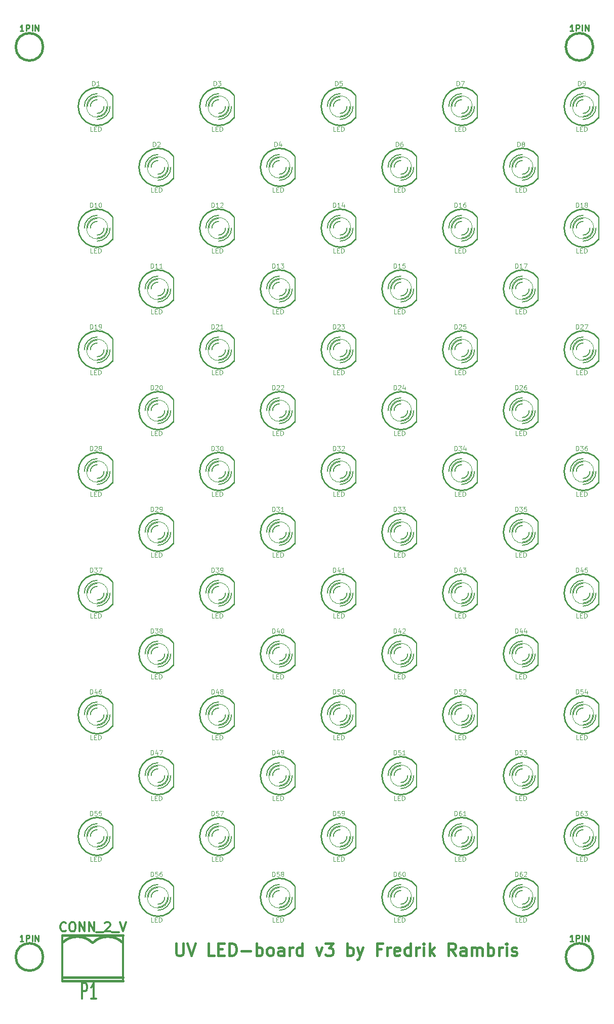
<source format=gto>
G04 (created by PCBNEW (2013-june-11)-stable) date Thu 26 Dec 2013 21:04:28 CET*
%MOIN*%
G04 Gerber Fmt 3.4, Leading zero omitted, Abs format*
%FSLAX34Y34*%
G01*
G70*
G90*
G04 APERTURE LIST*
%ADD10C,0.006*%
%ADD11C,0.015*%
%ADD12C,0.008*%
%ADD13C,0.003*%
%ADD14C,0.01*%
%ADD15C,0.012*%
%ADD16C,0.0035*%
G04 APERTURE END LIST*
G54D10*
G54D11*
X37300Y-79023D02*
X37300Y-79671D01*
X37338Y-79747D01*
X37376Y-79785D01*
X37452Y-79823D01*
X37604Y-79823D01*
X37680Y-79785D01*
X37719Y-79747D01*
X37757Y-79671D01*
X37757Y-79023D01*
X38023Y-79023D02*
X38290Y-79823D01*
X38557Y-79023D01*
X39814Y-79823D02*
X39433Y-79823D01*
X39433Y-79023D01*
X40080Y-79404D02*
X40347Y-79404D01*
X40461Y-79823D02*
X40080Y-79823D01*
X40080Y-79023D01*
X40461Y-79023D01*
X40804Y-79823D02*
X40804Y-79023D01*
X40995Y-79023D01*
X41109Y-79061D01*
X41185Y-79138D01*
X41223Y-79214D01*
X41261Y-79366D01*
X41261Y-79480D01*
X41223Y-79633D01*
X41185Y-79709D01*
X41109Y-79785D01*
X40995Y-79823D01*
X40804Y-79823D01*
X41604Y-79519D02*
X42214Y-79519D01*
X42595Y-79823D02*
X42595Y-79023D01*
X42595Y-79328D02*
X42671Y-79290D01*
X42823Y-79290D01*
X42900Y-79328D01*
X42938Y-79366D01*
X42976Y-79442D01*
X42976Y-79671D01*
X42938Y-79747D01*
X42900Y-79785D01*
X42823Y-79823D01*
X42671Y-79823D01*
X42595Y-79785D01*
X43433Y-79823D02*
X43357Y-79785D01*
X43319Y-79747D01*
X43280Y-79671D01*
X43280Y-79442D01*
X43319Y-79366D01*
X43357Y-79328D01*
X43433Y-79290D01*
X43547Y-79290D01*
X43623Y-79328D01*
X43661Y-79366D01*
X43700Y-79442D01*
X43700Y-79671D01*
X43661Y-79747D01*
X43623Y-79785D01*
X43547Y-79823D01*
X43433Y-79823D01*
X44385Y-79823D02*
X44385Y-79404D01*
X44347Y-79328D01*
X44271Y-79290D01*
X44119Y-79290D01*
X44042Y-79328D01*
X44385Y-79785D02*
X44309Y-79823D01*
X44119Y-79823D01*
X44042Y-79785D01*
X44004Y-79709D01*
X44004Y-79633D01*
X44042Y-79557D01*
X44119Y-79519D01*
X44309Y-79519D01*
X44385Y-79480D01*
X44766Y-79823D02*
X44766Y-79290D01*
X44766Y-79442D02*
X44804Y-79366D01*
X44842Y-79328D01*
X44919Y-79290D01*
X44995Y-79290D01*
X45604Y-79823D02*
X45604Y-79023D01*
X45604Y-79785D02*
X45528Y-79823D01*
X45376Y-79823D01*
X45300Y-79785D01*
X45261Y-79747D01*
X45223Y-79671D01*
X45223Y-79442D01*
X45261Y-79366D01*
X45300Y-79328D01*
X45376Y-79290D01*
X45528Y-79290D01*
X45604Y-79328D01*
X46519Y-79290D02*
X46709Y-79823D01*
X46900Y-79290D01*
X47128Y-79023D02*
X47623Y-79023D01*
X47357Y-79328D01*
X47471Y-79328D01*
X47547Y-79366D01*
X47585Y-79404D01*
X47623Y-79480D01*
X47623Y-79671D01*
X47585Y-79747D01*
X47547Y-79785D01*
X47471Y-79823D01*
X47242Y-79823D01*
X47166Y-79785D01*
X47128Y-79747D01*
X48576Y-79823D02*
X48576Y-79023D01*
X48576Y-79328D02*
X48652Y-79290D01*
X48804Y-79290D01*
X48880Y-79328D01*
X48919Y-79366D01*
X48957Y-79442D01*
X48957Y-79671D01*
X48919Y-79747D01*
X48880Y-79785D01*
X48804Y-79823D01*
X48652Y-79823D01*
X48576Y-79785D01*
X49223Y-79290D02*
X49414Y-79823D01*
X49604Y-79290D02*
X49414Y-79823D01*
X49338Y-80014D01*
X49300Y-80052D01*
X49223Y-80090D01*
X50785Y-79404D02*
X50519Y-79404D01*
X50519Y-79823D02*
X50519Y-79023D01*
X50900Y-79023D01*
X51204Y-79823D02*
X51204Y-79290D01*
X51204Y-79442D02*
X51242Y-79366D01*
X51280Y-79328D01*
X51357Y-79290D01*
X51433Y-79290D01*
X52004Y-79785D02*
X51928Y-79823D01*
X51776Y-79823D01*
X51700Y-79785D01*
X51661Y-79709D01*
X51661Y-79404D01*
X51700Y-79328D01*
X51776Y-79290D01*
X51928Y-79290D01*
X52004Y-79328D01*
X52042Y-79404D01*
X52042Y-79480D01*
X51661Y-79557D01*
X52728Y-79823D02*
X52728Y-79023D01*
X52728Y-79785D02*
X52652Y-79823D01*
X52499Y-79823D01*
X52423Y-79785D01*
X52385Y-79747D01*
X52347Y-79671D01*
X52347Y-79442D01*
X52385Y-79366D01*
X52423Y-79328D01*
X52499Y-79290D01*
X52652Y-79290D01*
X52728Y-79328D01*
X53109Y-79823D02*
X53109Y-79290D01*
X53109Y-79442D02*
X53147Y-79366D01*
X53185Y-79328D01*
X53261Y-79290D01*
X53338Y-79290D01*
X53604Y-79823D02*
X53604Y-79290D01*
X53604Y-79023D02*
X53566Y-79061D01*
X53604Y-79100D01*
X53642Y-79061D01*
X53604Y-79023D01*
X53604Y-79100D01*
X53985Y-79823D02*
X53985Y-79023D01*
X54061Y-79519D02*
X54290Y-79823D01*
X54290Y-79290D02*
X53985Y-79595D01*
X55699Y-79823D02*
X55433Y-79442D01*
X55242Y-79823D02*
X55242Y-79023D01*
X55547Y-79023D01*
X55623Y-79061D01*
X55661Y-79100D01*
X55699Y-79176D01*
X55699Y-79290D01*
X55661Y-79366D01*
X55623Y-79404D01*
X55547Y-79442D01*
X55242Y-79442D01*
X56385Y-79823D02*
X56385Y-79404D01*
X56347Y-79328D01*
X56271Y-79290D01*
X56119Y-79290D01*
X56042Y-79328D01*
X56385Y-79785D02*
X56309Y-79823D01*
X56119Y-79823D01*
X56042Y-79785D01*
X56004Y-79709D01*
X56004Y-79633D01*
X56042Y-79557D01*
X56119Y-79519D01*
X56309Y-79519D01*
X56385Y-79480D01*
X56766Y-79823D02*
X56766Y-79290D01*
X56766Y-79366D02*
X56804Y-79328D01*
X56880Y-79290D01*
X56995Y-79290D01*
X57071Y-79328D01*
X57109Y-79404D01*
X57109Y-79823D01*
X57109Y-79404D02*
X57147Y-79328D01*
X57223Y-79290D01*
X57338Y-79290D01*
X57414Y-79328D01*
X57452Y-79404D01*
X57452Y-79823D01*
X57833Y-79823D02*
X57833Y-79023D01*
X57833Y-79328D02*
X57909Y-79290D01*
X58061Y-79290D01*
X58138Y-79328D01*
X58176Y-79366D01*
X58214Y-79442D01*
X58214Y-79671D01*
X58176Y-79747D01*
X58138Y-79785D01*
X58061Y-79823D01*
X57909Y-79823D01*
X57833Y-79785D01*
X58557Y-79823D02*
X58557Y-79290D01*
X58557Y-79442D02*
X58595Y-79366D01*
X58633Y-79328D01*
X58709Y-79290D01*
X58785Y-79290D01*
X59052Y-79823D02*
X59052Y-79290D01*
X59052Y-79023D02*
X59014Y-79061D01*
X59052Y-79100D01*
X59090Y-79061D01*
X59052Y-79023D01*
X59052Y-79100D01*
X59395Y-79785D02*
X59471Y-79823D01*
X59623Y-79823D01*
X59699Y-79785D01*
X59738Y-79709D01*
X59738Y-79671D01*
X59699Y-79595D01*
X59623Y-79557D01*
X59509Y-79557D01*
X59433Y-79519D01*
X59395Y-79442D01*
X59395Y-79404D01*
X59433Y-79328D01*
X59509Y-79290D01*
X59623Y-79290D01*
X59699Y-79328D01*
G54D12*
X49120Y-48750D02*
X49120Y-47250D01*
G54D13*
X48807Y-48000D02*
G75*
G03X48807Y-48000I-707J0D01*
G74*
G01*
G54D14*
X49099Y-47249D02*
G75*
G03X49099Y-48750I-999J-750D01*
G74*
G01*
G54D10*
X48100Y-47550D02*
G75*
G03X47650Y-48000I0J-450D01*
G74*
G01*
X48100Y-48450D02*
G75*
G03X48550Y-48000I0J450D01*
G74*
G01*
X48100Y-47350D02*
G75*
G03X47450Y-48000I0J-650D01*
G74*
G01*
X48100Y-48650D02*
G75*
G03X48750Y-48000I0J650D01*
G74*
G01*
X48100Y-47150D02*
G75*
G03X47250Y-48000I0J-850D01*
G74*
G01*
X48100Y-48850D02*
G75*
G03X48950Y-48000I0J850D01*
G74*
G01*
G54D12*
X45120Y-44750D02*
X45120Y-43250D01*
G54D13*
X44807Y-44000D02*
G75*
G03X44807Y-44000I-707J0D01*
G74*
G01*
G54D14*
X45099Y-43249D02*
G75*
G03X45099Y-44750I-999J-750D01*
G74*
G01*
G54D10*
X44100Y-43550D02*
G75*
G03X43650Y-44000I0J-450D01*
G74*
G01*
X44100Y-44450D02*
G75*
G03X44550Y-44000I0J450D01*
G74*
G01*
X44100Y-43350D02*
G75*
G03X43450Y-44000I0J-650D01*
G74*
G01*
X44100Y-44650D02*
G75*
G03X44750Y-44000I0J650D01*
G74*
G01*
X44100Y-43150D02*
G75*
G03X43250Y-44000I0J-850D01*
G74*
G01*
X44100Y-44850D02*
G75*
G03X44950Y-44000I0J850D01*
G74*
G01*
G54D12*
X49120Y-40750D02*
X49120Y-39250D01*
G54D13*
X48807Y-40000D02*
G75*
G03X48807Y-40000I-707J0D01*
G74*
G01*
G54D14*
X49099Y-39249D02*
G75*
G03X49099Y-40750I-999J-750D01*
G74*
G01*
G54D10*
X48100Y-39550D02*
G75*
G03X47650Y-40000I0J-450D01*
G74*
G01*
X48100Y-40450D02*
G75*
G03X48550Y-40000I0J450D01*
G74*
G01*
X48100Y-39350D02*
G75*
G03X47450Y-40000I0J-650D01*
G74*
G01*
X48100Y-40650D02*
G75*
G03X48750Y-40000I0J650D01*
G74*
G01*
X48100Y-39150D02*
G75*
G03X47250Y-40000I0J-850D01*
G74*
G01*
X48100Y-40850D02*
G75*
G03X48950Y-40000I0J850D01*
G74*
G01*
G54D12*
X53120Y-44750D02*
X53120Y-43250D01*
G54D13*
X52807Y-44000D02*
G75*
G03X52807Y-44000I-707J0D01*
G74*
G01*
G54D14*
X53099Y-43249D02*
G75*
G03X53099Y-44750I-999J-750D01*
G74*
G01*
G54D10*
X52100Y-43550D02*
G75*
G03X51650Y-44000I0J-450D01*
G74*
G01*
X52100Y-44450D02*
G75*
G03X52550Y-44000I0J450D01*
G74*
G01*
X52100Y-43350D02*
G75*
G03X51450Y-44000I0J-650D01*
G74*
G01*
X52100Y-44650D02*
G75*
G03X52750Y-44000I0J650D01*
G74*
G01*
X52100Y-43150D02*
G75*
G03X51250Y-44000I0J-850D01*
G74*
G01*
X52100Y-44850D02*
G75*
G03X52950Y-44000I0J850D01*
G74*
G01*
G54D12*
X57120Y-40750D02*
X57120Y-39250D01*
G54D13*
X56807Y-40000D02*
G75*
G03X56807Y-40000I-707J0D01*
G74*
G01*
G54D14*
X57099Y-39249D02*
G75*
G03X57099Y-40750I-999J-750D01*
G74*
G01*
G54D10*
X56100Y-39550D02*
G75*
G03X55650Y-40000I0J-450D01*
G74*
G01*
X56100Y-40450D02*
G75*
G03X56550Y-40000I0J450D01*
G74*
G01*
X56100Y-39350D02*
G75*
G03X55450Y-40000I0J-650D01*
G74*
G01*
X56100Y-40650D02*
G75*
G03X56750Y-40000I0J650D01*
G74*
G01*
X56100Y-39150D02*
G75*
G03X55250Y-40000I0J-850D01*
G74*
G01*
X56100Y-40850D02*
G75*
G03X56950Y-40000I0J850D01*
G74*
G01*
G54D12*
X61120Y-44750D02*
X61120Y-43250D01*
G54D13*
X60807Y-44000D02*
G75*
G03X60807Y-44000I-707J0D01*
G74*
G01*
G54D14*
X61099Y-43249D02*
G75*
G03X61099Y-44750I-999J-750D01*
G74*
G01*
G54D10*
X60100Y-43550D02*
G75*
G03X59650Y-44000I0J-450D01*
G74*
G01*
X60100Y-44450D02*
G75*
G03X60550Y-44000I0J450D01*
G74*
G01*
X60100Y-43350D02*
G75*
G03X59450Y-44000I0J-650D01*
G74*
G01*
X60100Y-44650D02*
G75*
G03X60750Y-44000I0J650D01*
G74*
G01*
X60100Y-43150D02*
G75*
G03X59250Y-44000I0J-850D01*
G74*
G01*
X60100Y-44850D02*
G75*
G03X60950Y-44000I0J850D01*
G74*
G01*
G54D12*
X65120Y-40750D02*
X65120Y-39250D01*
G54D13*
X64807Y-40000D02*
G75*
G03X64807Y-40000I-707J0D01*
G74*
G01*
G54D14*
X65099Y-39249D02*
G75*
G03X65099Y-40750I-999J-750D01*
G74*
G01*
G54D10*
X64100Y-39550D02*
G75*
G03X63650Y-40000I0J-450D01*
G74*
G01*
X64100Y-40450D02*
G75*
G03X64550Y-40000I0J450D01*
G74*
G01*
X64100Y-39350D02*
G75*
G03X63450Y-40000I0J-650D01*
G74*
G01*
X64100Y-40650D02*
G75*
G03X64750Y-40000I0J650D01*
G74*
G01*
X64100Y-39150D02*
G75*
G03X63250Y-40000I0J-850D01*
G74*
G01*
X64100Y-40850D02*
G75*
G03X64950Y-40000I0J850D01*
G74*
G01*
G54D12*
X33120Y-48750D02*
X33120Y-47250D01*
G54D13*
X32807Y-48000D02*
G75*
G03X32807Y-48000I-707J0D01*
G74*
G01*
G54D14*
X33099Y-47249D02*
G75*
G03X33099Y-48750I-999J-750D01*
G74*
G01*
G54D10*
X32100Y-47550D02*
G75*
G03X31650Y-48000I0J-450D01*
G74*
G01*
X32100Y-48450D02*
G75*
G03X32550Y-48000I0J450D01*
G74*
G01*
X32100Y-47350D02*
G75*
G03X31450Y-48000I0J-650D01*
G74*
G01*
X32100Y-48650D02*
G75*
G03X32750Y-48000I0J650D01*
G74*
G01*
X32100Y-47150D02*
G75*
G03X31250Y-48000I0J-850D01*
G74*
G01*
X32100Y-48850D02*
G75*
G03X32950Y-48000I0J850D01*
G74*
G01*
G54D12*
X37120Y-52750D02*
X37120Y-51250D01*
G54D13*
X36807Y-52000D02*
G75*
G03X36807Y-52000I-707J0D01*
G74*
G01*
G54D14*
X37099Y-51249D02*
G75*
G03X37099Y-52750I-999J-750D01*
G74*
G01*
G54D10*
X36100Y-51550D02*
G75*
G03X35650Y-52000I0J-450D01*
G74*
G01*
X36100Y-52450D02*
G75*
G03X36550Y-52000I0J450D01*
G74*
G01*
X36100Y-51350D02*
G75*
G03X35450Y-52000I0J-650D01*
G74*
G01*
X36100Y-52650D02*
G75*
G03X36750Y-52000I0J650D01*
G74*
G01*
X36100Y-51150D02*
G75*
G03X35250Y-52000I0J-850D01*
G74*
G01*
X36100Y-52850D02*
G75*
G03X36950Y-52000I0J850D01*
G74*
G01*
G54D12*
X41120Y-48750D02*
X41120Y-47250D01*
G54D13*
X40807Y-48000D02*
G75*
G03X40807Y-48000I-707J0D01*
G74*
G01*
G54D14*
X41099Y-47249D02*
G75*
G03X41099Y-48750I-999J-750D01*
G74*
G01*
G54D10*
X40100Y-47550D02*
G75*
G03X39650Y-48000I0J-450D01*
G74*
G01*
X40100Y-48450D02*
G75*
G03X40550Y-48000I0J450D01*
G74*
G01*
X40100Y-47350D02*
G75*
G03X39450Y-48000I0J-650D01*
G74*
G01*
X40100Y-48650D02*
G75*
G03X40750Y-48000I0J650D01*
G74*
G01*
X40100Y-47150D02*
G75*
G03X39250Y-48000I0J-850D01*
G74*
G01*
X40100Y-48850D02*
G75*
G03X40950Y-48000I0J850D01*
G74*
G01*
G54D12*
X45120Y-52750D02*
X45120Y-51250D01*
G54D13*
X44807Y-52000D02*
G75*
G03X44807Y-52000I-707J0D01*
G74*
G01*
G54D14*
X45099Y-51249D02*
G75*
G03X45099Y-52750I-999J-750D01*
G74*
G01*
G54D10*
X44100Y-51550D02*
G75*
G03X43650Y-52000I0J-450D01*
G74*
G01*
X44100Y-52450D02*
G75*
G03X44550Y-52000I0J450D01*
G74*
G01*
X44100Y-51350D02*
G75*
G03X43450Y-52000I0J-650D01*
G74*
G01*
X44100Y-52650D02*
G75*
G03X44750Y-52000I0J650D01*
G74*
G01*
X44100Y-51150D02*
G75*
G03X43250Y-52000I0J-850D01*
G74*
G01*
X44100Y-52850D02*
G75*
G03X44950Y-52000I0J850D01*
G74*
G01*
G54D12*
X41120Y-40750D02*
X41120Y-39250D01*
G54D13*
X40807Y-40000D02*
G75*
G03X40807Y-40000I-707J0D01*
G74*
G01*
G54D14*
X41099Y-39249D02*
G75*
G03X41099Y-40750I-999J-750D01*
G74*
G01*
G54D10*
X40100Y-39550D02*
G75*
G03X39650Y-40000I0J-450D01*
G74*
G01*
X40100Y-40450D02*
G75*
G03X40550Y-40000I0J450D01*
G74*
G01*
X40100Y-39350D02*
G75*
G03X39450Y-40000I0J-650D01*
G74*
G01*
X40100Y-40650D02*
G75*
G03X40750Y-40000I0J650D01*
G74*
G01*
X40100Y-39150D02*
G75*
G03X39250Y-40000I0J-850D01*
G74*
G01*
X40100Y-40850D02*
G75*
G03X40950Y-40000I0J850D01*
G74*
G01*
G54D12*
X53120Y-52750D02*
X53120Y-51250D01*
G54D13*
X52807Y-52000D02*
G75*
G03X52807Y-52000I-707J0D01*
G74*
G01*
G54D14*
X53099Y-51249D02*
G75*
G03X53099Y-52750I-999J-750D01*
G74*
G01*
G54D10*
X52100Y-51550D02*
G75*
G03X51650Y-52000I0J-450D01*
G74*
G01*
X52100Y-52450D02*
G75*
G03X52550Y-52000I0J450D01*
G74*
G01*
X52100Y-51350D02*
G75*
G03X51450Y-52000I0J-650D01*
G74*
G01*
X52100Y-52650D02*
G75*
G03X52750Y-52000I0J650D01*
G74*
G01*
X52100Y-51150D02*
G75*
G03X51250Y-52000I0J-850D01*
G74*
G01*
X52100Y-52850D02*
G75*
G03X52950Y-52000I0J850D01*
G74*
G01*
G54D12*
X57120Y-48750D02*
X57120Y-47250D01*
G54D13*
X56807Y-48000D02*
G75*
G03X56807Y-48000I-707J0D01*
G74*
G01*
G54D14*
X57099Y-47249D02*
G75*
G03X57099Y-48750I-999J-750D01*
G74*
G01*
G54D10*
X56100Y-47550D02*
G75*
G03X55650Y-48000I0J-450D01*
G74*
G01*
X56100Y-48450D02*
G75*
G03X56550Y-48000I0J450D01*
G74*
G01*
X56100Y-47350D02*
G75*
G03X55450Y-48000I0J-650D01*
G74*
G01*
X56100Y-48650D02*
G75*
G03X56750Y-48000I0J650D01*
G74*
G01*
X56100Y-47150D02*
G75*
G03X55250Y-48000I0J-850D01*
G74*
G01*
X56100Y-48850D02*
G75*
G03X56950Y-48000I0J850D01*
G74*
G01*
G54D12*
X61120Y-52750D02*
X61120Y-51250D01*
G54D13*
X60807Y-52000D02*
G75*
G03X60807Y-52000I-707J0D01*
G74*
G01*
G54D14*
X61099Y-51249D02*
G75*
G03X61099Y-52750I-999J-750D01*
G74*
G01*
G54D10*
X60100Y-51550D02*
G75*
G03X59650Y-52000I0J-450D01*
G74*
G01*
X60100Y-52450D02*
G75*
G03X60550Y-52000I0J450D01*
G74*
G01*
X60100Y-51350D02*
G75*
G03X59450Y-52000I0J-650D01*
G74*
G01*
X60100Y-52650D02*
G75*
G03X60750Y-52000I0J650D01*
G74*
G01*
X60100Y-51150D02*
G75*
G03X59250Y-52000I0J-850D01*
G74*
G01*
X60100Y-52850D02*
G75*
G03X60950Y-52000I0J850D01*
G74*
G01*
G54D12*
X65120Y-48750D02*
X65120Y-47250D01*
G54D13*
X64807Y-48000D02*
G75*
G03X64807Y-48000I-707J0D01*
G74*
G01*
G54D14*
X65099Y-47249D02*
G75*
G03X65099Y-48750I-999J-750D01*
G74*
G01*
G54D10*
X64100Y-47550D02*
G75*
G03X63650Y-48000I0J-450D01*
G74*
G01*
X64100Y-48450D02*
G75*
G03X64550Y-48000I0J450D01*
G74*
G01*
X64100Y-47350D02*
G75*
G03X63450Y-48000I0J-650D01*
G74*
G01*
X64100Y-48650D02*
G75*
G03X64750Y-48000I0J650D01*
G74*
G01*
X64100Y-47150D02*
G75*
G03X63250Y-48000I0J-850D01*
G74*
G01*
X64100Y-48850D02*
G75*
G03X64950Y-48000I0J850D01*
G74*
G01*
G54D12*
X33120Y-56750D02*
X33120Y-55250D01*
G54D13*
X32807Y-56000D02*
G75*
G03X32807Y-56000I-707J0D01*
G74*
G01*
G54D14*
X33099Y-55249D02*
G75*
G03X33099Y-56750I-999J-750D01*
G74*
G01*
G54D10*
X32100Y-55550D02*
G75*
G03X31650Y-56000I0J-450D01*
G74*
G01*
X32100Y-56450D02*
G75*
G03X32550Y-56000I0J450D01*
G74*
G01*
X32100Y-55350D02*
G75*
G03X31450Y-56000I0J-650D01*
G74*
G01*
X32100Y-56650D02*
G75*
G03X32750Y-56000I0J650D01*
G74*
G01*
X32100Y-55150D02*
G75*
G03X31250Y-56000I0J-850D01*
G74*
G01*
X32100Y-56850D02*
G75*
G03X32950Y-56000I0J850D01*
G74*
G01*
G54D12*
X37120Y-60750D02*
X37120Y-59250D01*
G54D13*
X36807Y-60000D02*
G75*
G03X36807Y-60000I-707J0D01*
G74*
G01*
G54D14*
X37099Y-59249D02*
G75*
G03X37099Y-60750I-999J-750D01*
G74*
G01*
G54D10*
X36100Y-59550D02*
G75*
G03X35650Y-60000I0J-450D01*
G74*
G01*
X36100Y-60450D02*
G75*
G03X36550Y-60000I0J450D01*
G74*
G01*
X36100Y-59350D02*
G75*
G03X35450Y-60000I0J-650D01*
G74*
G01*
X36100Y-60650D02*
G75*
G03X36750Y-60000I0J650D01*
G74*
G01*
X36100Y-59150D02*
G75*
G03X35250Y-60000I0J-850D01*
G74*
G01*
X36100Y-60850D02*
G75*
G03X36950Y-60000I0J850D01*
G74*
G01*
G54D12*
X41120Y-56750D02*
X41120Y-55250D01*
G54D13*
X40807Y-56000D02*
G75*
G03X40807Y-56000I-707J0D01*
G74*
G01*
G54D14*
X41099Y-55249D02*
G75*
G03X41099Y-56750I-999J-750D01*
G74*
G01*
G54D10*
X40100Y-55550D02*
G75*
G03X39650Y-56000I0J-450D01*
G74*
G01*
X40100Y-56450D02*
G75*
G03X40550Y-56000I0J450D01*
G74*
G01*
X40100Y-55350D02*
G75*
G03X39450Y-56000I0J-650D01*
G74*
G01*
X40100Y-56650D02*
G75*
G03X40750Y-56000I0J650D01*
G74*
G01*
X40100Y-55150D02*
G75*
G03X39250Y-56000I0J-850D01*
G74*
G01*
X40100Y-56850D02*
G75*
G03X40950Y-56000I0J850D01*
G74*
G01*
G54D12*
X45120Y-60750D02*
X45120Y-59250D01*
G54D13*
X44807Y-60000D02*
G75*
G03X44807Y-60000I-707J0D01*
G74*
G01*
G54D14*
X45099Y-59249D02*
G75*
G03X45099Y-60750I-999J-750D01*
G74*
G01*
G54D10*
X44100Y-59550D02*
G75*
G03X43650Y-60000I0J-450D01*
G74*
G01*
X44100Y-60450D02*
G75*
G03X44550Y-60000I0J450D01*
G74*
G01*
X44100Y-59350D02*
G75*
G03X43450Y-60000I0J-650D01*
G74*
G01*
X44100Y-60650D02*
G75*
G03X44750Y-60000I0J650D01*
G74*
G01*
X44100Y-59150D02*
G75*
G03X43250Y-60000I0J-850D01*
G74*
G01*
X44100Y-60850D02*
G75*
G03X44950Y-60000I0J850D01*
G74*
G01*
G54D12*
X49120Y-56750D02*
X49120Y-55250D01*
G54D13*
X48807Y-56000D02*
G75*
G03X48807Y-56000I-707J0D01*
G74*
G01*
G54D14*
X49099Y-55249D02*
G75*
G03X49099Y-56750I-999J-750D01*
G74*
G01*
G54D10*
X48100Y-55550D02*
G75*
G03X47650Y-56000I0J-450D01*
G74*
G01*
X48100Y-56450D02*
G75*
G03X48550Y-56000I0J450D01*
G74*
G01*
X48100Y-55350D02*
G75*
G03X47450Y-56000I0J-650D01*
G74*
G01*
X48100Y-56650D02*
G75*
G03X48750Y-56000I0J650D01*
G74*
G01*
X48100Y-55150D02*
G75*
G03X47250Y-56000I0J-850D01*
G74*
G01*
X48100Y-56850D02*
G75*
G03X48950Y-56000I0J850D01*
G74*
G01*
G54D12*
X37120Y-36750D02*
X37120Y-35250D01*
G54D13*
X36807Y-36000D02*
G75*
G03X36807Y-36000I-707J0D01*
G74*
G01*
G54D14*
X37099Y-35249D02*
G75*
G03X37099Y-36750I-999J-750D01*
G74*
G01*
G54D10*
X36100Y-35550D02*
G75*
G03X35650Y-36000I0J-450D01*
G74*
G01*
X36100Y-36450D02*
G75*
G03X36550Y-36000I0J450D01*
G74*
G01*
X36100Y-35350D02*
G75*
G03X35450Y-36000I0J-650D01*
G74*
G01*
X36100Y-36650D02*
G75*
G03X36750Y-36000I0J650D01*
G74*
G01*
X36100Y-35150D02*
G75*
G03X35250Y-36000I0J-850D01*
G74*
G01*
X36100Y-36850D02*
G75*
G03X36950Y-36000I0J850D01*
G74*
G01*
G54D12*
X37120Y-28750D02*
X37120Y-27250D01*
G54D13*
X36807Y-28000D02*
G75*
G03X36807Y-28000I-707J0D01*
G74*
G01*
G54D14*
X37099Y-27249D02*
G75*
G03X37099Y-28750I-999J-750D01*
G74*
G01*
G54D10*
X36100Y-27550D02*
G75*
G03X35650Y-28000I0J-450D01*
G74*
G01*
X36100Y-28450D02*
G75*
G03X36550Y-28000I0J450D01*
G74*
G01*
X36100Y-27350D02*
G75*
G03X35450Y-28000I0J-650D01*
G74*
G01*
X36100Y-28650D02*
G75*
G03X36750Y-28000I0J650D01*
G74*
G01*
X36100Y-27150D02*
G75*
G03X35250Y-28000I0J-850D01*
G74*
G01*
X36100Y-28850D02*
G75*
G03X36950Y-28000I0J850D01*
G74*
G01*
G54D12*
X41120Y-24750D02*
X41120Y-23250D01*
G54D13*
X40807Y-24000D02*
G75*
G03X40807Y-24000I-707J0D01*
G74*
G01*
G54D14*
X41099Y-23249D02*
G75*
G03X41099Y-24750I-999J-750D01*
G74*
G01*
G54D10*
X40100Y-23550D02*
G75*
G03X39650Y-24000I0J-450D01*
G74*
G01*
X40100Y-24450D02*
G75*
G03X40550Y-24000I0J450D01*
G74*
G01*
X40100Y-23350D02*
G75*
G03X39450Y-24000I0J-650D01*
G74*
G01*
X40100Y-24650D02*
G75*
G03X40750Y-24000I0J650D01*
G74*
G01*
X40100Y-23150D02*
G75*
G03X39250Y-24000I0J-850D01*
G74*
G01*
X40100Y-24850D02*
G75*
G03X40950Y-24000I0J850D01*
G74*
G01*
G54D12*
X45120Y-28750D02*
X45120Y-27250D01*
G54D13*
X44807Y-28000D02*
G75*
G03X44807Y-28000I-707J0D01*
G74*
G01*
G54D14*
X45099Y-27249D02*
G75*
G03X45099Y-28750I-999J-750D01*
G74*
G01*
G54D10*
X44100Y-27550D02*
G75*
G03X43650Y-28000I0J-450D01*
G74*
G01*
X44100Y-28450D02*
G75*
G03X44550Y-28000I0J450D01*
G74*
G01*
X44100Y-27350D02*
G75*
G03X43450Y-28000I0J-650D01*
G74*
G01*
X44100Y-28650D02*
G75*
G03X44750Y-28000I0J650D01*
G74*
G01*
X44100Y-27150D02*
G75*
G03X43250Y-28000I0J-850D01*
G74*
G01*
X44100Y-28850D02*
G75*
G03X44950Y-28000I0J850D01*
G74*
G01*
G54D12*
X49120Y-24750D02*
X49120Y-23250D01*
G54D13*
X48807Y-24000D02*
G75*
G03X48807Y-24000I-707J0D01*
G74*
G01*
G54D14*
X49099Y-23249D02*
G75*
G03X49099Y-24750I-999J-750D01*
G74*
G01*
G54D10*
X48100Y-23550D02*
G75*
G03X47650Y-24000I0J-450D01*
G74*
G01*
X48100Y-24450D02*
G75*
G03X48550Y-24000I0J450D01*
G74*
G01*
X48100Y-23350D02*
G75*
G03X47450Y-24000I0J-650D01*
G74*
G01*
X48100Y-24650D02*
G75*
G03X48750Y-24000I0J650D01*
G74*
G01*
X48100Y-23150D02*
G75*
G03X47250Y-24000I0J-850D01*
G74*
G01*
X48100Y-24850D02*
G75*
G03X48950Y-24000I0J850D01*
G74*
G01*
G54D12*
X53120Y-28750D02*
X53120Y-27250D01*
G54D13*
X52807Y-28000D02*
G75*
G03X52807Y-28000I-707J0D01*
G74*
G01*
G54D14*
X53099Y-27249D02*
G75*
G03X53099Y-28750I-999J-750D01*
G74*
G01*
G54D10*
X52100Y-27550D02*
G75*
G03X51650Y-28000I0J-450D01*
G74*
G01*
X52100Y-28450D02*
G75*
G03X52550Y-28000I0J450D01*
G74*
G01*
X52100Y-27350D02*
G75*
G03X51450Y-28000I0J-650D01*
G74*
G01*
X52100Y-28650D02*
G75*
G03X52750Y-28000I0J650D01*
G74*
G01*
X52100Y-27150D02*
G75*
G03X51250Y-28000I0J-850D01*
G74*
G01*
X52100Y-28850D02*
G75*
G03X52950Y-28000I0J850D01*
G74*
G01*
G54D12*
X57120Y-24750D02*
X57120Y-23250D01*
G54D13*
X56807Y-24000D02*
G75*
G03X56807Y-24000I-707J0D01*
G74*
G01*
G54D14*
X57099Y-23249D02*
G75*
G03X57099Y-24750I-999J-750D01*
G74*
G01*
G54D10*
X56100Y-23550D02*
G75*
G03X55650Y-24000I0J-450D01*
G74*
G01*
X56100Y-24450D02*
G75*
G03X56550Y-24000I0J450D01*
G74*
G01*
X56100Y-23350D02*
G75*
G03X55450Y-24000I0J-650D01*
G74*
G01*
X56100Y-24650D02*
G75*
G03X56750Y-24000I0J650D01*
G74*
G01*
X56100Y-23150D02*
G75*
G03X55250Y-24000I0J-850D01*
G74*
G01*
X56100Y-24850D02*
G75*
G03X56950Y-24000I0J850D01*
G74*
G01*
G54D12*
X61120Y-28750D02*
X61120Y-27250D01*
G54D13*
X60807Y-28000D02*
G75*
G03X60807Y-28000I-707J0D01*
G74*
G01*
G54D14*
X61099Y-27249D02*
G75*
G03X61099Y-28750I-999J-750D01*
G74*
G01*
G54D10*
X60100Y-27550D02*
G75*
G03X59650Y-28000I0J-450D01*
G74*
G01*
X60100Y-28450D02*
G75*
G03X60550Y-28000I0J450D01*
G74*
G01*
X60100Y-27350D02*
G75*
G03X59450Y-28000I0J-650D01*
G74*
G01*
X60100Y-28650D02*
G75*
G03X60750Y-28000I0J650D01*
G74*
G01*
X60100Y-27150D02*
G75*
G03X59250Y-28000I0J-850D01*
G74*
G01*
X60100Y-28850D02*
G75*
G03X60950Y-28000I0J850D01*
G74*
G01*
G54D12*
X65120Y-24750D02*
X65120Y-23250D01*
G54D13*
X64807Y-24000D02*
G75*
G03X64807Y-24000I-707J0D01*
G74*
G01*
G54D14*
X65099Y-23249D02*
G75*
G03X65099Y-24750I-999J-750D01*
G74*
G01*
G54D10*
X64100Y-23550D02*
G75*
G03X63650Y-24000I0J-450D01*
G74*
G01*
X64100Y-24450D02*
G75*
G03X64550Y-24000I0J450D01*
G74*
G01*
X64100Y-23350D02*
G75*
G03X63450Y-24000I0J-650D01*
G74*
G01*
X64100Y-24650D02*
G75*
G03X64750Y-24000I0J650D01*
G74*
G01*
X64100Y-23150D02*
G75*
G03X63250Y-24000I0J-850D01*
G74*
G01*
X64100Y-24850D02*
G75*
G03X64950Y-24000I0J850D01*
G74*
G01*
G54D12*
X33120Y-32750D02*
X33120Y-31250D01*
G54D13*
X32807Y-32000D02*
G75*
G03X32807Y-32000I-707J0D01*
G74*
G01*
G54D14*
X33099Y-31249D02*
G75*
G03X33099Y-32750I-999J-750D01*
G74*
G01*
G54D10*
X32100Y-31550D02*
G75*
G03X31650Y-32000I0J-450D01*
G74*
G01*
X32100Y-32450D02*
G75*
G03X32550Y-32000I0J450D01*
G74*
G01*
X32100Y-31350D02*
G75*
G03X31450Y-32000I0J-650D01*
G74*
G01*
X32100Y-32650D02*
G75*
G03X32750Y-32000I0J650D01*
G74*
G01*
X32100Y-31150D02*
G75*
G03X31250Y-32000I0J-850D01*
G74*
G01*
X32100Y-32850D02*
G75*
G03X32950Y-32000I0J850D01*
G74*
G01*
G54D12*
X53120Y-60750D02*
X53120Y-59250D01*
G54D13*
X52807Y-60000D02*
G75*
G03X52807Y-60000I-707J0D01*
G74*
G01*
G54D14*
X53099Y-59249D02*
G75*
G03X53099Y-60750I-999J-750D01*
G74*
G01*
G54D10*
X52100Y-59550D02*
G75*
G03X51650Y-60000I0J-450D01*
G74*
G01*
X52100Y-60450D02*
G75*
G03X52550Y-60000I0J450D01*
G74*
G01*
X52100Y-59350D02*
G75*
G03X51450Y-60000I0J-650D01*
G74*
G01*
X52100Y-60650D02*
G75*
G03X52750Y-60000I0J650D01*
G74*
G01*
X52100Y-59150D02*
G75*
G03X51250Y-60000I0J-850D01*
G74*
G01*
X52100Y-60850D02*
G75*
G03X52950Y-60000I0J850D01*
G74*
G01*
G54D12*
X41120Y-32750D02*
X41120Y-31250D01*
G54D13*
X40807Y-32000D02*
G75*
G03X40807Y-32000I-707J0D01*
G74*
G01*
G54D14*
X41099Y-31249D02*
G75*
G03X41099Y-32750I-999J-750D01*
G74*
G01*
G54D10*
X40100Y-31550D02*
G75*
G03X39650Y-32000I0J-450D01*
G74*
G01*
X40100Y-32450D02*
G75*
G03X40550Y-32000I0J450D01*
G74*
G01*
X40100Y-31350D02*
G75*
G03X39450Y-32000I0J-650D01*
G74*
G01*
X40100Y-32650D02*
G75*
G03X40750Y-32000I0J650D01*
G74*
G01*
X40100Y-31150D02*
G75*
G03X39250Y-32000I0J-850D01*
G74*
G01*
X40100Y-32850D02*
G75*
G03X40950Y-32000I0J850D01*
G74*
G01*
G54D12*
X45120Y-36750D02*
X45120Y-35250D01*
G54D13*
X44807Y-36000D02*
G75*
G03X44807Y-36000I-707J0D01*
G74*
G01*
G54D14*
X45099Y-35249D02*
G75*
G03X45099Y-36750I-999J-750D01*
G74*
G01*
G54D10*
X44100Y-35550D02*
G75*
G03X43650Y-36000I0J-450D01*
G74*
G01*
X44100Y-36450D02*
G75*
G03X44550Y-36000I0J450D01*
G74*
G01*
X44100Y-35350D02*
G75*
G03X43450Y-36000I0J-650D01*
G74*
G01*
X44100Y-36650D02*
G75*
G03X44750Y-36000I0J650D01*
G74*
G01*
X44100Y-35150D02*
G75*
G03X43250Y-36000I0J-850D01*
G74*
G01*
X44100Y-36850D02*
G75*
G03X44950Y-36000I0J850D01*
G74*
G01*
G54D12*
X49120Y-32750D02*
X49120Y-31250D01*
G54D13*
X48807Y-32000D02*
G75*
G03X48807Y-32000I-707J0D01*
G74*
G01*
G54D14*
X49099Y-31249D02*
G75*
G03X49099Y-32750I-999J-750D01*
G74*
G01*
G54D10*
X48100Y-31550D02*
G75*
G03X47650Y-32000I0J-450D01*
G74*
G01*
X48100Y-32450D02*
G75*
G03X48550Y-32000I0J450D01*
G74*
G01*
X48100Y-31350D02*
G75*
G03X47450Y-32000I0J-650D01*
G74*
G01*
X48100Y-32650D02*
G75*
G03X48750Y-32000I0J650D01*
G74*
G01*
X48100Y-31150D02*
G75*
G03X47250Y-32000I0J-850D01*
G74*
G01*
X48100Y-32850D02*
G75*
G03X48950Y-32000I0J850D01*
G74*
G01*
G54D12*
X53120Y-36750D02*
X53120Y-35250D01*
G54D13*
X52807Y-36000D02*
G75*
G03X52807Y-36000I-707J0D01*
G74*
G01*
G54D14*
X53099Y-35249D02*
G75*
G03X53099Y-36750I-999J-750D01*
G74*
G01*
G54D10*
X52100Y-35550D02*
G75*
G03X51650Y-36000I0J-450D01*
G74*
G01*
X52100Y-36450D02*
G75*
G03X52550Y-36000I0J450D01*
G74*
G01*
X52100Y-35350D02*
G75*
G03X51450Y-36000I0J-650D01*
G74*
G01*
X52100Y-36650D02*
G75*
G03X52750Y-36000I0J650D01*
G74*
G01*
X52100Y-35150D02*
G75*
G03X51250Y-36000I0J-850D01*
G74*
G01*
X52100Y-36850D02*
G75*
G03X52950Y-36000I0J850D01*
G74*
G01*
G54D12*
X57120Y-32750D02*
X57120Y-31250D01*
G54D13*
X56807Y-32000D02*
G75*
G03X56807Y-32000I-707J0D01*
G74*
G01*
G54D14*
X57099Y-31249D02*
G75*
G03X57099Y-32750I-999J-750D01*
G74*
G01*
G54D10*
X56100Y-31550D02*
G75*
G03X55650Y-32000I0J-450D01*
G74*
G01*
X56100Y-32450D02*
G75*
G03X56550Y-32000I0J450D01*
G74*
G01*
X56100Y-31350D02*
G75*
G03X55450Y-32000I0J-650D01*
G74*
G01*
X56100Y-32650D02*
G75*
G03X56750Y-32000I0J650D01*
G74*
G01*
X56100Y-31150D02*
G75*
G03X55250Y-32000I0J-850D01*
G74*
G01*
X56100Y-32850D02*
G75*
G03X56950Y-32000I0J850D01*
G74*
G01*
G54D12*
X61120Y-36750D02*
X61120Y-35250D01*
G54D13*
X60807Y-36000D02*
G75*
G03X60807Y-36000I-707J0D01*
G74*
G01*
G54D14*
X61099Y-35249D02*
G75*
G03X61099Y-36750I-999J-750D01*
G74*
G01*
G54D10*
X60100Y-35550D02*
G75*
G03X59650Y-36000I0J-450D01*
G74*
G01*
X60100Y-36450D02*
G75*
G03X60550Y-36000I0J450D01*
G74*
G01*
X60100Y-35350D02*
G75*
G03X59450Y-36000I0J-650D01*
G74*
G01*
X60100Y-36650D02*
G75*
G03X60750Y-36000I0J650D01*
G74*
G01*
X60100Y-35150D02*
G75*
G03X59250Y-36000I0J-850D01*
G74*
G01*
X60100Y-36850D02*
G75*
G03X60950Y-36000I0J850D01*
G74*
G01*
G54D12*
X65120Y-32750D02*
X65120Y-31250D01*
G54D13*
X64807Y-32000D02*
G75*
G03X64807Y-32000I-707J0D01*
G74*
G01*
G54D14*
X65099Y-31249D02*
G75*
G03X65099Y-32750I-999J-750D01*
G74*
G01*
G54D10*
X64100Y-31550D02*
G75*
G03X63650Y-32000I0J-450D01*
G74*
G01*
X64100Y-32450D02*
G75*
G03X64550Y-32000I0J450D01*
G74*
G01*
X64100Y-31350D02*
G75*
G03X63450Y-32000I0J-650D01*
G74*
G01*
X64100Y-32650D02*
G75*
G03X64750Y-32000I0J650D01*
G74*
G01*
X64100Y-31150D02*
G75*
G03X63250Y-32000I0J-850D01*
G74*
G01*
X64100Y-32850D02*
G75*
G03X64950Y-32000I0J850D01*
G74*
G01*
G54D12*
X33120Y-40750D02*
X33120Y-39250D01*
G54D13*
X32807Y-40000D02*
G75*
G03X32807Y-40000I-707J0D01*
G74*
G01*
G54D14*
X33099Y-39249D02*
G75*
G03X33099Y-40750I-999J-750D01*
G74*
G01*
G54D10*
X32100Y-39550D02*
G75*
G03X31650Y-40000I0J-450D01*
G74*
G01*
X32100Y-40450D02*
G75*
G03X32550Y-40000I0J450D01*
G74*
G01*
X32100Y-39350D02*
G75*
G03X31450Y-40000I0J-650D01*
G74*
G01*
X32100Y-40650D02*
G75*
G03X32750Y-40000I0J650D01*
G74*
G01*
X32100Y-39150D02*
G75*
G03X31250Y-40000I0J-850D01*
G74*
G01*
X32100Y-40850D02*
G75*
G03X32950Y-40000I0J850D01*
G74*
G01*
G54D12*
X37120Y-44750D02*
X37120Y-43250D01*
G54D13*
X36807Y-44000D02*
G75*
G03X36807Y-44000I-707J0D01*
G74*
G01*
G54D14*
X37099Y-43249D02*
G75*
G03X37099Y-44750I-999J-750D01*
G74*
G01*
G54D10*
X36100Y-43550D02*
G75*
G03X35650Y-44000I0J-450D01*
G74*
G01*
X36100Y-44450D02*
G75*
G03X36550Y-44000I0J450D01*
G74*
G01*
X36100Y-43350D02*
G75*
G03X35450Y-44000I0J-650D01*
G74*
G01*
X36100Y-44650D02*
G75*
G03X36750Y-44000I0J650D01*
G74*
G01*
X36100Y-43150D02*
G75*
G03X35250Y-44000I0J-850D01*
G74*
G01*
X36100Y-44850D02*
G75*
G03X36950Y-44000I0J850D01*
G74*
G01*
G54D12*
X33120Y-24750D02*
X33120Y-23250D01*
G54D13*
X32807Y-24000D02*
G75*
G03X32807Y-24000I-707J0D01*
G74*
G01*
G54D14*
X33099Y-23249D02*
G75*
G03X33099Y-24750I-999J-750D01*
G74*
G01*
G54D10*
X32100Y-23550D02*
G75*
G03X31650Y-24000I0J-450D01*
G74*
G01*
X32100Y-24450D02*
G75*
G03X32550Y-24000I0J450D01*
G74*
G01*
X32100Y-23350D02*
G75*
G03X31450Y-24000I0J-650D01*
G74*
G01*
X32100Y-24650D02*
G75*
G03X32750Y-24000I0J650D01*
G74*
G01*
X32100Y-23150D02*
G75*
G03X31250Y-24000I0J-850D01*
G74*
G01*
X32100Y-24850D02*
G75*
G03X32950Y-24000I0J850D01*
G74*
G01*
G54D12*
X65120Y-72750D02*
X65120Y-71250D01*
G54D13*
X64807Y-72000D02*
G75*
G03X64807Y-72000I-707J0D01*
G74*
G01*
G54D14*
X65099Y-71249D02*
G75*
G03X65099Y-72750I-999J-750D01*
G74*
G01*
G54D10*
X64100Y-71550D02*
G75*
G03X63650Y-72000I0J-450D01*
G74*
G01*
X64100Y-72450D02*
G75*
G03X64550Y-72000I0J450D01*
G74*
G01*
X64100Y-71350D02*
G75*
G03X63450Y-72000I0J-650D01*
G74*
G01*
X64100Y-72650D02*
G75*
G03X64750Y-72000I0J650D01*
G74*
G01*
X64100Y-71150D02*
G75*
G03X63250Y-72000I0J-850D01*
G74*
G01*
X64100Y-72850D02*
G75*
G03X64950Y-72000I0J850D01*
G74*
G01*
G54D12*
X61120Y-76750D02*
X61120Y-75250D01*
G54D13*
X60807Y-76000D02*
G75*
G03X60807Y-76000I-707J0D01*
G74*
G01*
G54D14*
X61099Y-75249D02*
G75*
G03X61099Y-76750I-999J-750D01*
G74*
G01*
G54D10*
X60100Y-75550D02*
G75*
G03X59650Y-76000I0J-450D01*
G74*
G01*
X60100Y-76450D02*
G75*
G03X60550Y-76000I0J450D01*
G74*
G01*
X60100Y-75350D02*
G75*
G03X59450Y-76000I0J-650D01*
G74*
G01*
X60100Y-76650D02*
G75*
G03X60750Y-76000I0J650D01*
G74*
G01*
X60100Y-75150D02*
G75*
G03X59250Y-76000I0J-850D01*
G74*
G01*
X60100Y-76850D02*
G75*
G03X60950Y-76000I0J850D01*
G74*
G01*
G54D12*
X57120Y-64750D02*
X57120Y-63250D01*
G54D13*
X56807Y-64000D02*
G75*
G03X56807Y-64000I-707J0D01*
G74*
G01*
G54D14*
X57099Y-63249D02*
G75*
G03X57099Y-64750I-999J-750D01*
G74*
G01*
G54D10*
X56100Y-63550D02*
G75*
G03X55650Y-64000I0J-450D01*
G74*
G01*
X56100Y-64450D02*
G75*
G03X56550Y-64000I0J450D01*
G74*
G01*
X56100Y-63350D02*
G75*
G03X55450Y-64000I0J-650D01*
G74*
G01*
X56100Y-64650D02*
G75*
G03X56750Y-64000I0J650D01*
G74*
G01*
X56100Y-63150D02*
G75*
G03X55250Y-64000I0J-850D01*
G74*
G01*
X56100Y-64850D02*
G75*
G03X56950Y-64000I0J850D01*
G74*
G01*
G54D12*
X57120Y-56750D02*
X57120Y-55250D01*
G54D13*
X56807Y-56000D02*
G75*
G03X56807Y-56000I-707J0D01*
G74*
G01*
G54D14*
X57099Y-55249D02*
G75*
G03X57099Y-56750I-999J-750D01*
G74*
G01*
G54D10*
X56100Y-55550D02*
G75*
G03X55650Y-56000I0J-450D01*
G74*
G01*
X56100Y-56450D02*
G75*
G03X56550Y-56000I0J450D01*
G74*
G01*
X56100Y-55350D02*
G75*
G03X55450Y-56000I0J-650D01*
G74*
G01*
X56100Y-56650D02*
G75*
G03X56750Y-56000I0J650D01*
G74*
G01*
X56100Y-55150D02*
G75*
G03X55250Y-56000I0J-850D01*
G74*
G01*
X56100Y-56850D02*
G75*
G03X56950Y-56000I0J850D01*
G74*
G01*
G54D12*
X61120Y-60750D02*
X61120Y-59250D01*
G54D13*
X60807Y-60000D02*
G75*
G03X60807Y-60000I-707J0D01*
G74*
G01*
G54D14*
X61099Y-59249D02*
G75*
G03X61099Y-60750I-999J-750D01*
G74*
G01*
G54D10*
X60100Y-59550D02*
G75*
G03X59650Y-60000I0J-450D01*
G74*
G01*
X60100Y-60450D02*
G75*
G03X60550Y-60000I0J450D01*
G74*
G01*
X60100Y-59350D02*
G75*
G03X59450Y-60000I0J-650D01*
G74*
G01*
X60100Y-60650D02*
G75*
G03X60750Y-60000I0J650D01*
G74*
G01*
X60100Y-59150D02*
G75*
G03X59250Y-60000I0J-850D01*
G74*
G01*
X60100Y-60850D02*
G75*
G03X60950Y-60000I0J850D01*
G74*
G01*
G54D12*
X65120Y-56750D02*
X65120Y-55250D01*
G54D13*
X64807Y-56000D02*
G75*
G03X64807Y-56000I-707J0D01*
G74*
G01*
G54D14*
X65099Y-55249D02*
G75*
G03X65099Y-56750I-999J-750D01*
G74*
G01*
G54D10*
X64100Y-55550D02*
G75*
G03X63650Y-56000I0J-450D01*
G74*
G01*
X64100Y-56450D02*
G75*
G03X64550Y-56000I0J450D01*
G74*
G01*
X64100Y-55350D02*
G75*
G03X63450Y-56000I0J-650D01*
G74*
G01*
X64100Y-56650D02*
G75*
G03X64750Y-56000I0J650D01*
G74*
G01*
X64100Y-55150D02*
G75*
G03X63250Y-56000I0J-850D01*
G74*
G01*
X64100Y-56850D02*
G75*
G03X64950Y-56000I0J850D01*
G74*
G01*
G54D12*
X33120Y-64750D02*
X33120Y-63250D01*
G54D13*
X32807Y-64000D02*
G75*
G03X32807Y-64000I-707J0D01*
G74*
G01*
G54D14*
X33099Y-63249D02*
G75*
G03X33099Y-64750I-999J-750D01*
G74*
G01*
G54D10*
X32100Y-63550D02*
G75*
G03X31650Y-64000I0J-450D01*
G74*
G01*
X32100Y-64450D02*
G75*
G03X32550Y-64000I0J450D01*
G74*
G01*
X32100Y-63350D02*
G75*
G03X31450Y-64000I0J-650D01*
G74*
G01*
X32100Y-64650D02*
G75*
G03X32750Y-64000I0J650D01*
G74*
G01*
X32100Y-63150D02*
G75*
G03X31250Y-64000I0J-850D01*
G74*
G01*
X32100Y-64850D02*
G75*
G03X32950Y-64000I0J850D01*
G74*
G01*
G54D12*
X37120Y-68750D02*
X37120Y-67250D01*
G54D13*
X36807Y-68000D02*
G75*
G03X36807Y-68000I-707J0D01*
G74*
G01*
G54D14*
X37099Y-67249D02*
G75*
G03X37099Y-68750I-999J-750D01*
G74*
G01*
G54D10*
X36100Y-67550D02*
G75*
G03X35650Y-68000I0J-450D01*
G74*
G01*
X36100Y-68450D02*
G75*
G03X36550Y-68000I0J450D01*
G74*
G01*
X36100Y-67350D02*
G75*
G03X35450Y-68000I0J-650D01*
G74*
G01*
X36100Y-68650D02*
G75*
G03X36750Y-68000I0J650D01*
G74*
G01*
X36100Y-67150D02*
G75*
G03X35250Y-68000I0J-850D01*
G74*
G01*
X36100Y-68850D02*
G75*
G03X36950Y-68000I0J850D01*
G74*
G01*
G54D12*
X41120Y-64750D02*
X41120Y-63250D01*
G54D13*
X40807Y-64000D02*
G75*
G03X40807Y-64000I-707J0D01*
G74*
G01*
G54D14*
X41099Y-63249D02*
G75*
G03X41099Y-64750I-999J-750D01*
G74*
G01*
G54D10*
X40100Y-63550D02*
G75*
G03X39650Y-64000I0J-450D01*
G74*
G01*
X40100Y-64450D02*
G75*
G03X40550Y-64000I0J450D01*
G74*
G01*
X40100Y-63350D02*
G75*
G03X39450Y-64000I0J-650D01*
G74*
G01*
X40100Y-64650D02*
G75*
G03X40750Y-64000I0J650D01*
G74*
G01*
X40100Y-63150D02*
G75*
G03X39250Y-64000I0J-850D01*
G74*
G01*
X40100Y-64850D02*
G75*
G03X40950Y-64000I0J850D01*
G74*
G01*
G54D12*
X45120Y-68750D02*
X45120Y-67250D01*
G54D13*
X44807Y-68000D02*
G75*
G03X44807Y-68000I-707J0D01*
G74*
G01*
G54D14*
X45099Y-67249D02*
G75*
G03X45099Y-68750I-999J-750D01*
G74*
G01*
G54D10*
X44100Y-67550D02*
G75*
G03X43650Y-68000I0J-450D01*
G74*
G01*
X44100Y-68450D02*
G75*
G03X44550Y-68000I0J450D01*
G74*
G01*
X44100Y-67350D02*
G75*
G03X43450Y-68000I0J-650D01*
G74*
G01*
X44100Y-68650D02*
G75*
G03X44750Y-68000I0J650D01*
G74*
G01*
X44100Y-67150D02*
G75*
G03X43250Y-68000I0J-850D01*
G74*
G01*
X44100Y-68850D02*
G75*
G03X44950Y-68000I0J850D01*
G74*
G01*
G54D12*
X49120Y-64750D02*
X49120Y-63250D01*
G54D13*
X48807Y-64000D02*
G75*
G03X48807Y-64000I-707J0D01*
G74*
G01*
G54D14*
X49099Y-63249D02*
G75*
G03X49099Y-64750I-999J-750D01*
G74*
G01*
G54D10*
X48100Y-63550D02*
G75*
G03X47650Y-64000I0J-450D01*
G74*
G01*
X48100Y-64450D02*
G75*
G03X48550Y-64000I0J450D01*
G74*
G01*
X48100Y-63350D02*
G75*
G03X47450Y-64000I0J-650D01*
G74*
G01*
X48100Y-64650D02*
G75*
G03X48750Y-64000I0J650D01*
G74*
G01*
X48100Y-63150D02*
G75*
G03X47250Y-64000I0J-850D01*
G74*
G01*
X48100Y-64850D02*
G75*
G03X48950Y-64000I0J850D01*
G74*
G01*
G54D12*
X53120Y-68750D02*
X53120Y-67250D01*
G54D13*
X52807Y-68000D02*
G75*
G03X52807Y-68000I-707J0D01*
G74*
G01*
G54D14*
X53099Y-67249D02*
G75*
G03X53099Y-68750I-999J-750D01*
G74*
G01*
G54D10*
X52100Y-67550D02*
G75*
G03X51650Y-68000I0J-450D01*
G74*
G01*
X52100Y-68450D02*
G75*
G03X52550Y-68000I0J450D01*
G74*
G01*
X52100Y-67350D02*
G75*
G03X51450Y-68000I0J-650D01*
G74*
G01*
X52100Y-68650D02*
G75*
G03X52750Y-68000I0J650D01*
G74*
G01*
X52100Y-67150D02*
G75*
G03X51250Y-68000I0J-850D01*
G74*
G01*
X52100Y-68850D02*
G75*
G03X52950Y-68000I0J850D01*
G74*
G01*
G54D12*
X61120Y-68750D02*
X61120Y-67250D01*
G54D13*
X60807Y-68000D02*
G75*
G03X60807Y-68000I-707J0D01*
G74*
G01*
G54D14*
X61099Y-67249D02*
G75*
G03X61099Y-68750I-999J-750D01*
G74*
G01*
G54D10*
X60100Y-67550D02*
G75*
G03X59650Y-68000I0J-450D01*
G74*
G01*
X60100Y-68450D02*
G75*
G03X60550Y-68000I0J450D01*
G74*
G01*
X60100Y-67350D02*
G75*
G03X59450Y-68000I0J-650D01*
G74*
G01*
X60100Y-68650D02*
G75*
G03X60750Y-68000I0J650D01*
G74*
G01*
X60100Y-67150D02*
G75*
G03X59250Y-68000I0J-850D01*
G74*
G01*
X60100Y-68850D02*
G75*
G03X60950Y-68000I0J850D01*
G74*
G01*
G54D12*
X65120Y-64750D02*
X65120Y-63250D01*
G54D13*
X64807Y-64000D02*
G75*
G03X64807Y-64000I-707J0D01*
G74*
G01*
G54D14*
X65099Y-63249D02*
G75*
G03X65099Y-64750I-999J-750D01*
G74*
G01*
G54D10*
X64100Y-63550D02*
G75*
G03X63650Y-64000I0J-450D01*
G74*
G01*
X64100Y-64450D02*
G75*
G03X64550Y-64000I0J450D01*
G74*
G01*
X64100Y-63350D02*
G75*
G03X63450Y-64000I0J-650D01*
G74*
G01*
X64100Y-64650D02*
G75*
G03X64750Y-64000I0J650D01*
G74*
G01*
X64100Y-63150D02*
G75*
G03X63250Y-64000I0J-850D01*
G74*
G01*
X64100Y-64850D02*
G75*
G03X64950Y-64000I0J850D01*
G74*
G01*
G54D12*
X33120Y-72750D02*
X33120Y-71250D01*
G54D13*
X32807Y-72000D02*
G75*
G03X32807Y-72000I-707J0D01*
G74*
G01*
G54D14*
X33099Y-71249D02*
G75*
G03X33099Y-72750I-999J-750D01*
G74*
G01*
G54D10*
X32100Y-71550D02*
G75*
G03X31650Y-72000I0J-450D01*
G74*
G01*
X32100Y-72450D02*
G75*
G03X32550Y-72000I0J450D01*
G74*
G01*
X32100Y-71350D02*
G75*
G03X31450Y-72000I0J-650D01*
G74*
G01*
X32100Y-72650D02*
G75*
G03X32750Y-72000I0J650D01*
G74*
G01*
X32100Y-71150D02*
G75*
G03X31250Y-72000I0J-850D01*
G74*
G01*
X32100Y-72850D02*
G75*
G03X32950Y-72000I0J850D01*
G74*
G01*
G54D12*
X37120Y-76750D02*
X37120Y-75250D01*
G54D13*
X36807Y-76000D02*
G75*
G03X36807Y-76000I-707J0D01*
G74*
G01*
G54D14*
X37099Y-75249D02*
G75*
G03X37099Y-76750I-999J-750D01*
G74*
G01*
G54D10*
X36100Y-75550D02*
G75*
G03X35650Y-76000I0J-450D01*
G74*
G01*
X36100Y-76450D02*
G75*
G03X36550Y-76000I0J450D01*
G74*
G01*
X36100Y-75350D02*
G75*
G03X35450Y-76000I0J-650D01*
G74*
G01*
X36100Y-76650D02*
G75*
G03X36750Y-76000I0J650D01*
G74*
G01*
X36100Y-75150D02*
G75*
G03X35250Y-76000I0J-850D01*
G74*
G01*
X36100Y-76850D02*
G75*
G03X36950Y-76000I0J850D01*
G74*
G01*
G54D12*
X41120Y-72750D02*
X41120Y-71250D01*
G54D13*
X40807Y-72000D02*
G75*
G03X40807Y-72000I-707J0D01*
G74*
G01*
G54D14*
X41099Y-71249D02*
G75*
G03X41099Y-72750I-999J-750D01*
G74*
G01*
G54D10*
X40100Y-71550D02*
G75*
G03X39650Y-72000I0J-450D01*
G74*
G01*
X40100Y-72450D02*
G75*
G03X40550Y-72000I0J450D01*
G74*
G01*
X40100Y-71350D02*
G75*
G03X39450Y-72000I0J-650D01*
G74*
G01*
X40100Y-72650D02*
G75*
G03X40750Y-72000I0J650D01*
G74*
G01*
X40100Y-71150D02*
G75*
G03X39250Y-72000I0J-850D01*
G74*
G01*
X40100Y-72850D02*
G75*
G03X40950Y-72000I0J850D01*
G74*
G01*
G54D12*
X45120Y-76750D02*
X45120Y-75250D01*
G54D13*
X44807Y-76000D02*
G75*
G03X44807Y-76000I-707J0D01*
G74*
G01*
G54D14*
X45099Y-75249D02*
G75*
G03X45099Y-76750I-999J-750D01*
G74*
G01*
G54D10*
X44100Y-75550D02*
G75*
G03X43650Y-76000I0J-450D01*
G74*
G01*
X44100Y-76450D02*
G75*
G03X44550Y-76000I0J450D01*
G74*
G01*
X44100Y-75350D02*
G75*
G03X43450Y-76000I0J-650D01*
G74*
G01*
X44100Y-76650D02*
G75*
G03X44750Y-76000I0J650D01*
G74*
G01*
X44100Y-75150D02*
G75*
G03X43250Y-76000I0J-850D01*
G74*
G01*
X44100Y-76850D02*
G75*
G03X44950Y-76000I0J850D01*
G74*
G01*
G54D12*
X49120Y-72750D02*
X49120Y-71250D01*
G54D13*
X48807Y-72000D02*
G75*
G03X48807Y-72000I-707J0D01*
G74*
G01*
G54D14*
X49099Y-71249D02*
G75*
G03X49099Y-72750I-999J-750D01*
G74*
G01*
G54D10*
X48100Y-71550D02*
G75*
G03X47650Y-72000I0J-450D01*
G74*
G01*
X48100Y-72450D02*
G75*
G03X48550Y-72000I0J450D01*
G74*
G01*
X48100Y-71350D02*
G75*
G03X47450Y-72000I0J-650D01*
G74*
G01*
X48100Y-72650D02*
G75*
G03X48750Y-72000I0J650D01*
G74*
G01*
X48100Y-71150D02*
G75*
G03X47250Y-72000I0J-850D01*
G74*
G01*
X48100Y-72850D02*
G75*
G03X48950Y-72000I0J850D01*
G74*
G01*
G54D12*
X53120Y-76750D02*
X53120Y-75250D01*
G54D13*
X52807Y-76000D02*
G75*
G03X52807Y-76000I-707J0D01*
G74*
G01*
G54D14*
X53099Y-75249D02*
G75*
G03X53099Y-76750I-999J-750D01*
G74*
G01*
G54D10*
X52100Y-75550D02*
G75*
G03X51650Y-76000I0J-450D01*
G74*
G01*
X52100Y-76450D02*
G75*
G03X52550Y-76000I0J450D01*
G74*
G01*
X52100Y-75350D02*
G75*
G03X51450Y-76000I0J-650D01*
G74*
G01*
X52100Y-76650D02*
G75*
G03X52750Y-76000I0J650D01*
G74*
G01*
X52100Y-75150D02*
G75*
G03X51250Y-76000I0J-850D01*
G74*
G01*
X52100Y-76850D02*
G75*
G03X52950Y-76000I0J850D01*
G74*
G01*
G54D12*
X57120Y-72750D02*
X57120Y-71250D01*
G54D13*
X56807Y-72000D02*
G75*
G03X56807Y-72000I-707J0D01*
G74*
G01*
G54D14*
X57099Y-71249D02*
G75*
G03X57099Y-72750I-999J-750D01*
G74*
G01*
G54D10*
X56100Y-71550D02*
G75*
G03X55650Y-72000I0J-450D01*
G74*
G01*
X56100Y-72450D02*
G75*
G03X56550Y-72000I0J450D01*
G74*
G01*
X56100Y-71350D02*
G75*
G03X55450Y-72000I0J-650D01*
G74*
G01*
X56100Y-72650D02*
G75*
G03X56750Y-72000I0J650D01*
G74*
G01*
X56100Y-71150D02*
G75*
G03X55250Y-72000I0J-850D01*
G74*
G01*
X56100Y-72850D02*
G75*
G03X56950Y-72000I0J850D01*
G74*
G01*
G54D11*
X33800Y-81500D02*
X29800Y-81500D01*
X29800Y-81250D02*
X33800Y-81250D01*
X33800Y-78500D02*
X29800Y-78500D01*
X31800Y-79000D02*
G75*
G03X29800Y-79000I-1000J-1000D01*
G74*
G01*
X33800Y-79000D02*
G75*
G03X31800Y-79000I-1000J-1000D01*
G74*
G01*
G54D15*
X33800Y-81500D02*
X33800Y-78500D01*
X29800Y-78500D02*
X29800Y-81500D01*
G54D11*
X28537Y-20078D02*
G75*
G03X28537Y-20078I-900J0D01*
G74*
G01*
X64758Y-20078D02*
G75*
G03X64758Y-20078I-900J0D01*
G74*
G01*
X64758Y-79921D02*
G75*
G03X64758Y-79921I-900J0D01*
G74*
G01*
X28537Y-79921D02*
G75*
G03X28537Y-79921I-900J0D01*
G74*
G01*
G54D16*
X47635Y-46621D02*
X47635Y-46321D01*
X47707Y-46321D01*
X47750Y-46335D01*
X47778Y-46364D01*
X47792Y-46392D01*
X47807Y-46450D01*
X47807Y-46492D01*
X47792Y-46550D01*
X47778Y-46578D01*
X47750Y-46607D01*
X47707Y-46621D01*
X47635Y-46621D01*
X47907Y-46321D02*
X48092Y-46321D01*
X47992Y-46435D01*
X48035Y-46435D01*
X48064Y-46450D01*
X48078Y-46464D01*
X48092Y-46492D01*
X48092Y-46564D01*
X48078Y-46592D01*
X48064Y-46607D01*
X48035Y-46621D01*
X47950Y-46621D01*
X47921Y-46607D01*
X47907Y-46592D01*
X48207Y-46350D02*
X48221Y-46335D01*
X48250Y-46321D01*
X48321Y-46321D01*
X48350Y-46335D01*
X48364Y-46350D01*
X48378Y-46378D01*
X48378Y-46407D01*
X48364Y-46450D01*
X48192Y-46621D01*
X48378Y-46621D01*
X47807Y-49621D02*
X47664Y-49621D01*
X47664Y-49321D01*
X47907Y-49464D02*
X48007Y-49464D01*
X48050Y-49621D02*
X47907Y-49621D01*
X47907Y-49321D01*
X48050Y-49321D01*
X48178Y-49621D02*
X48178Y-49321D01*
X48250Y-49321D01*
X48292Y-49335D01*
X48321Y-49364D01*
X48335Y-49392D01*
X48350Y-49450D01*
X48350Y-49492D01*
X48335Y-49550D01*
X48321Y-49578D01*
X48292Y-49607D01*
X48250Y-49621D01*
X48178Y-49621D01*
X43635Y-42621D02*
X43635Y-42321D01*
X43707Y-42321D01*
X43750Y-42335D01*
X43778Y-42364D01*
X43792Y-42392D01*
X43807Y-42450D01*
X43807Y-42492D01*
X43792Y-42550D01*
X43778Y-42578D01*
X43750Y-42607D01*
X43707Y-42621D01*
X43635Y-42621D01*
X43921Y-42350D02*
X43935Y-42335D01*
X43964Y-42321D01*
X44035Y-42321D01*
X44064Y-42335D01*
X44078Y-42350D01*
X44092Y-42378D01*
X44092Y-42407D01*
X44078Y-42450D01*
X43907Y-42621D01*
X44092Y-42621D01*
X44207Y-42350D02*
X44221Y-42335D01*
X44250Y-42321D01*
X44321Y-42321D01*
X44350Y-42335D01*
X44364Y-42350D01*
X44378Y-42378D01*
X44378Y-42407D01*
X44364Y-42450D01*
X44192Y-42621D01*
X44378Y-42621D01*
X43807Y-45621D02*
X43664Y-45621D01*
X43664Y-45321D01*
X43907Y-45464D02*
X44007Y-45464D01*
X44050Y-45621D02*
X43907Y-45621D01*
X43907Y-45321D01*
X44050Y-45321D01*
X44178Y-45621D02*
X44178Y-45321D01*
X44250Y-45321D01*
X44292Y-45335D01*
X44321Y-45364D01*
X44335Y-45392D01*
X44350Y-45450D01*
X44350Y-45492D01*
X44335Y-45550D01*
X44321Y-45578D01*
X44292Y-45607D01*
X44250Y-45621D01*
X44178Y-45621D01*
X47635Y-38621D02*
X47635Y-38321D01*
X47707Y-38321D01*
X47750Y-38335D01*
X47778Y-38364D01*
X47792Y-38392D01*
X47807Y-38450D01*
X47807Y-38492D01*
X47792Y-38550D01*
X47778Y-38578D01*
X47750Y-38607D01*
X47707Y-38621D01*
X47635Y-38621D01*
X47921Y-38350D02*
X47935Y-38335D01*
X47964Y-38321D01*
X48035Y-38321D01*
X48064Y-38335D01*
X48078Y-38350D01*
X48092Y-38378D01*
X48092Y-38407D01*
X48078Y-38450D01*
X47907Y-38621D01*
X48092Y-38621D01*
X48192Y-38321D02*
X48378Y-38321D01*
X48278Y-38435D01*
X48321Y-38435D01*
X48350Y-38450D01*
X48364Y-38464D01*
X48378Y-38492D01*
X48378Y-38564D01*
X48364Y-38592D01*
X48350Y-38607D01*
X48321Y-38621D01*
X48235Y-38621D01*
X48207Y-38607D01*
X48192Y-38592D01*
X47807Y-41621D02*
X47664Y-41621D01*
X47664Y-41321D01*
X47907Y-41464D02*
X48007Y-41464D01*
X48050Y-41621D02*
X47907Y-41621D01*
X47907Y-41321D01*
X48050Y-41321D01*
X48178Y-41621D02*
X48178Y-41321D01*
X48250Y-41321D01*
X48292Y-41335D01*
X48321Y-41364D01*
X48335Y-41392D01*
X48350Y-41450D01*
X48350Y-41492D01*
X48335Y-41550D01*
X48321Y-41578D01*
X48292Y-41607D01*
X48250Y-41621D01*
X48178Y-41621D01*
X51635Y-42621D02*
X51635Y-42321D01*
X51707Y-42321D01*
X51750Y-42335D01*
X51778Y-42364D01*
X51792Y-42392D01*
X51807Y-42450D01*
X51807Y-42492D01*
X51792Y-42550D01*
X51778Y-42578D01*
X51750Y-42607D01*
X51707Y-42621D01*
X51635Y-42621D01*
X51921Y-42350D02*
X51935Y-42335D01*
X51964Y-42321D01*
X52035Y-42321D01*
X52064Y-42335D01*
X52078Y-42350D01*
X52092Y-42378D01*
X52092Y-42407D01*
X52078Y-42450D01*
X51907Y-42621D01*
X52092Y-42621D01*
X52350Y-42421D02*
X52350Y-42621D01*
X52278Y-42307D02*
X52207Y-42521D01*
X52392Y-42521D01*
X51807Y-45621D02*
X51664Y-45621D01*
X51664Y-45321D01*
X51907Y-45464D02*
X52007Y-45464D01*
X52050Y-45621D02*
X51907Y-45621D01*
X51907Y-45321D01*
X52050Y-45321D01*
X52178Y-45621D02*
X52178Y-45321D01*
X52250Y-45321D01*
X52292Y-45335D01*
X52321Y-45364D01*
X52335Y-45392D01*
X52350Y-45450D01*
X52350Y-45492D01*
X52335Y-45550D01*
X52321Y-45578D01*
X52292Y-45607D01*
X52250Y-45621D01*
X52178Y-45621D01*
X55635Y-38621D02*
X55635Y-38321D01*
X55707Y-38321D01*
X55750Y-38335D01*
X55778Y-38364D01*
X55792Y-38392D01*
X55807Y-38450D01*
X55807Y-38492D01*
X55792Y-38550D01*
X55778Y-38578D01*
X55750Y-38607D01*
X55707Y-38621D01*
X55635Y-38621D01*
X55921Y-38350D02*
X55935Y-38335D01*
X55964Y-38321D01*
X56035Y-38321D01*
X56064Y-38335D01*
X56078Y-38350D01*
X56092Y-38378D01*
X56092Y-38407D01*
X56078Y-38450D01*
X55907Y-38621D01*
X56092Y-38621D01*
X56364Y-38321D02*
X56221Y-38321D01*
X56207Y-38464D01*
X56221Y-38450D01*
X56250Y-38435D01*
X56321Y-38435D01*
X56350Y-38450D01*
X56364Y-38464D01*
X56378Y-38492D01*
X56378Y-38564D01*
X56364Y-38592D01*
X56350Y-38607D01*
X56321Y-38621D01*
X56250Y-38621D01*
X56221Y-38607D01*
X56207Y-38592D01*
X55807Y-41621D02*
X55664Y-41621D01*
X55664Y-41321D01*
X55907Y-41464D02*
X56007Y-41464D01*
X56050Y-41621D02*
X55907Y-41621D01*
X55907Y-41321D01*
X56050Y-41321D01*
X56178Y-41621D02*
X56178Y-41321D01*
X56250Y-41321D01*
X56292Y-41335D01*
X56321Y-41364D01*
X56335Y-41392D01*
X56350Y-41450D01*
X56350Y-41492D01*
X56335Y-41550D01*
X56321Y-41578D01*
X56292Y-41607D01*
X56250Y-41621D01*
X56178Y-41621D01*
X59635Y-42621D02*
X59635Y-42321D01*
X59707Y-42321D01*
X59750Y-42335D01*
X59778Y-42364D01*
X59792Y-42392D01*
X59807Y-42450D01*
X59807Y-42492D01*
X59792Y-42550D01*
X59778Y-42578D01*
X59750Y-42607D01*
X59707Y-42621D01*
X59635Y-42621D01*
X59921Y-42350D02*
X59935Y-42335D01*
X59964Y-42321D01*
X60035Y-42321D01*
X60064Y-42335D01*
X60078Y-42350D01*
X60092Y-42378D01*
X60092Y-42407D01*
X60078Y-42450D01*
X59907Y-42621D01*
X60092Y-42621D01*
X60350Y-42321D02*
X60292Y-42321D01*
X60264Y-42335D01*
X60250Y-42350D01*
X60221Y-42392D01*
X60207Y-42450D01*
X60207Y-42564D01*
X60221Y-42592D01*
X60235Y-42607D01*
X60264Y-42621D01*
X60321Y-42621D01*
X60350Y-42607D01*
X60364Y-42592D01*
X60378Y-42564D01*
X60378Y-42492D01*
X60364Y-42464D01*
X60350Y-42450D01*
X60321Y-42435D01*
X60264Y-42435D01*
X60235Y-42450D01*
X60221Y-42464D01*
X60207Y-42492D01*
X59807Y-45621D02*
X59664Y-45621D01*
X59664Y-45321D01*
X59907Y-45464D02*
X60007Y-45464D01*
X60050Y-45621D02*
X59907Y-45621D01*
X59907Y-45321D01*
X60050Y-45321D01*
X60178Y-45621D02*
X60178Y-45321D01*
X60250Y-45321D01*
X60292Y-45335D01*
X60321Y-45364D01*
X60335Y-45392D01*
X60350Y-45450D01*
X60350Y-45492D01*
X60335Y-45550D01*
X60321Y-45578D01*
X60292Y-45607D01*
X60250Y-45621D01*
X60178Y-45621D01*
X63635Y-38621D02*
X63635Y-38321D01*
X63707Y-38321D01*
X63750Y-38335D01*
X63778Y-38364D01*
X63792Y-38392D01*
X63807Y-38450D01*
X63807Y-38492D01*
X63792Y-38550D01*
X63778Y-38578D01*
X63750Y-38607D01*
X63707Y-38621D01*
X63635Y-38621D01*
X63921Y-38350D02*
X63935Y-38335D01*
X63964Y-38321D01*
X64035Y-38321D01*
X64064Y-38335D01*
X64078Y-38350D01*
X64092Y-38378D01*
X64092Y-38407D01*
X64078Y-38450D01*
X63907Y-38621D01*
X64092Y-38621D01*
X64192Y-38321D02*
X64392Y-38321D01*
X64264Y-38621D01*
X63807Y-41621D02*
X63664Y-41621D01*
X63664Y-41321D01*
X63907Y-41464D02*
X64007Y-41464D01*
X64050Y-41621D02*
X63907Y-41621D01*
X63907Y-41321D01*
X64050Y-41321D01*
X64178Y-41621D02*
X64178Y-41321D01*
X64250Y-41321D01*
X64292Y-41335D01*
X64321Y-41364D01*
X64335Y-41392D01*
X64350Y-41450D01*
X64350Y-41492D01*
X64335Y-41550D01*
X64321Y-41578D01*
X64292Y-41607D01*
X64250Y-41621D01*
X64178Y-41621D01*
X31635Y-46621D02*
X31635Y-46321D01*
X31707Y-46321D01*
X31750Y-46335D01*
X31778Y-46364D01*
X31792Y-46392D01*
X31807Y-46450D01*
X31807Y-46492D01*
X31792Y-46550D01*
X31778Y-46578D01*
X31750Y-46607D01*
X31707Y-46621D01*
X31635Y-46621D01*
X31921Y-46350D02*
X31935Y-46335D01*
X31964Y-46321D01*
X32035Y-46321D01*
X32064Y-46335D01*
X32078Y-46350D01*
X32092Y-46378D01*
X32092Y-46407D01*
X32078Y-46450D01*
X31907Y-46621D01*
X32092Y-46621D01*
X32264Y-46450D02*
X32235Y-46435D01*
X32221Y-46421D01*
X32207Y-46392D01*
X32207Y-46378D01*
X32221Y-46350D01*
X32235Y-46335D01*
X32264Y-46321D01*
X32321Y-46321D01*
X32350Y-46335D01*
X32364Y-46350D01*
X32378Y-46378D01*
X32378Y-46392D01*
X32364Y-46421D01*
X32350Y-46435D01*
X32321Y-46450D01*
X32264Y-46450D01*
X32235Y-46464D01*
X32221Y-46478D01*
X32207Y-46507D01*
X32207Y-46564D01*
X32221Y-46592D01*
X32235Y-46607D01*
X32264Y-46621D01*
X32321Y-46621D01*
X32350Y-46607D01*
X32364Y-46592D01*
X32378Y-46564D01*
X32378Y-46507D01*
X32364Y-46478D01*
X32350Y-46464D01*
X32321Y-46450D01*
X31807Y-49621D02*
X31664Y-49621D01*
X31664Y-49321D01*
X31907Y-49464D02*
X32007Y-49464D01*
X32050Y-49621D02*
X31907Y-49621D01*
X31907Y-49321D01*
X32050Y-49321D01*
X32178Y-49621D02*
X32178Y-49321D01*
X32250Y-49321D01*
X32292Y-49335D01*
X32321Y-49364D01*
X32335Y-49392D01*
X32350Y-49450D01*
X32350Y-49492D01*
X32335Y-49550D01*
X32321Y-49578D01*
X32292Y-49607D01*
X32250Y-49621D01*
X32178Y-49621D01*
X35635Y-50621D02*
X35635Y-50321D01*
X35707Y-50321D01*
X35750Y-50335D01*
X35778Y-50364D01*
X35792Y-50392D01*
X35807Y-50450D01*
X35807Y-50492D01*
X35792Y-50550D01*
X35778Y-50578D01*
X35750Y-50607D01*
X35707Y-50621D01*
X35635Y-50621D01*
X35921Y-50350D02*
X35935Y-50335D01*
X35964Y-50321D01*
X36035Y-50321D01*
X36064Y-50335D01*
X36078Y-50350D01*
X36092Y-50378D01*
X36092Y-50407D01*
X36078Y-50450D01*
X35907Y-50621D01*
X36092Y-50621D01*
X36235Y-50621D02*
X36292Y-50621D01*
X36321Y-50607D01*
X36335Y-50592D01*
X36364Y-50550D01*
X36378Y-50492D01*
X36378Y-50378D01*
X36364Y-50350D01*
X36350Y-50335D01*
X36321Y-50321D01*
X36264Y-50321D01*
X36235Y-50335D01*
X36221Y-50350D01*
X36207Y-50378D01*
X36207Y-50450D01*
X36221Y-50478D01*
X36235Y-50492D01*
X36264Y-50507D01*
X36321Y-50507D01*
X36350Y-50492D01*
X36364Y-50478D01*
X36378Y-50450D01*
X35807Y-53621D02*
X35664Y-53621D01*
X35664Y-53321D01*
X35907Y-53464D02*
X36007Y-53464D01*
X36050Y-53621D02*
X35907Y-53621D01*
X35907Y-53321D01*
X36050Y-53321D01*
X36178Y-53621D02*
X36178Y-53321D01*
X36250Y-53321D01*
X36292Y-53335D01*
X36321Y-53364D01*
X36335Y-53392D01*
X36350Y-53450D01*
X36350Y-53492D01*
X36335Y-53550D01*
X36321Y-53578D01*
X36292Y-53607D01*
X36250Y-53621D01*
X36178Y-53621D01*
X39635Y-46621D02*
X39635Y-46321D01*
X39707Y-46321D01*
X39750Y-46335D01*
X39778Y-46364D01*
X39792Y-46392D01*
X39807Y-46450D01*
X39807Y-46492D01*
X39792Y-46550D01*
X39778Y-46578D01*
X39750Y-46607D01*
X39707Y-46621D01*
X39635Y-46621D01*
X39907Y-46321D02*
X40092Y-46321D01*
X39992Y-46435D01*
X40035Y-46435D01*
X40064Y-46450D01*
X40078Y-46464D01*
X40092Y-46492D01*
X40092Y-46564D01*
X40078Y-46592D01*
X40064Y-46607D01*
X40035Y-46621D01*
X39950Y-46621D01*
X39921Y-46607D01*
X39907Y-46592D01*
X40278Y-46321D02*
X40307Y-46321D01*
X40335Y-46335D01*
X40350Y-46350D01*
X40364Y-46378D01*
X40378Y-46435D01*
X40378Y-46507D01*
X40364Y-46564D01*
X40350Y-46592D01*
X40335Y-46607D01*
X40307Y-46621D01*
X40278Y-46621D01*
X40250Y-46607D01*
X40235Y-46592D01*
X40221Y-46564D01*
X40207Y-46507D01*
X40207Y-46435D01*
X40221Y-46378D01*
X40235Y-46350D01*
X40250Y-46335D01*
X40278Y-46321D01*
X39807Y-49621D02*
X39664Y-49621D01*
X39664Y-49321D01*
X39907Y-49464D02*
X40007Y-49464D01*
X40050Y-49621D02*
X39907Y-49621D01*
X39907Y-49321D01*
X40050Y-49321D01*
X40178Y-49621D02*
X40178Y-49321D01*
X40250Y-49321D01*
X40292Y-49335D01*
X40321Y-49364D01*
X40335Y-49392D01*
X40350Y-49450D01*
X40350Y-49492D01*
X40335Y-49550D01*
X40321Y-49578D01*
X40292Y-49607D01*
X40250Y-49621D01*
X40178Y-49621D01*
X43635Y-50621D02*
X43635Y-50321D01*
X43707Y-50321D01*
X43750Y-50335D01*
X43778Y-50364D01*
X43792Y-50392D01*
X43807Y-50450D01*
X43807Y-50492D01*
X43792Y-50550D01*
X43778Y-50578D01*
X43750Y-50607D01*
X43707Y-50621D01*
X43635Y-50621D01*
X43907Y-50321D02*
X44092Y-50321D01*
X43992Y-50435D01*
X44035Y-50435D01*
X44064Y-50450D01*
X44078Y-50464D01*
X44092Y-50492D01*
X44092Y-50564D01*
X44078Y-50592D01*
X44064Y-50607D01*
X44035Y-50621D01*
X43950Y-50621D01*
X43921Y-50607D01*
X43907Y-50592D01*
X44378Y-50621D02*
X44207Y-50621D01*
X44292Y-50621D02*
X44292Y-50321D01*
X44264Y-50364D01*
X44235Y-50392D01*
X44207Y-50407D01*
X43807Y-53621D02*
X43664Y-53621D01*
X43664Y-53321D01*
X43907Y-53464D02*
X44007Y-53464D01*
X44050Y-53621D02*
X43907Y-53621D01*
X43907Y-53321D01*
X44050Y-53321D01*
X44178Y-53621D02*
X44178Y-53321D01*
X44250Y-53321D01*
X44292Y-53335D01*
X44321Y-53364D01*
X44335Y-53392D01*
X44350Y-53450D01*
X44350Y-53492D01*
X44335Y-53550D01*
X44321Y-53578D01*
X44292Y-53607D01*
X44250Y-53621D01*
X44178Y-53621D01*
X39635Y-38621D02*
X39635Y-38321D01*
X39707Y-38321D01*
X39750Y-38335D01*
X39778Y-38364D01*
X39792Y-38392D01*
X39807Y-38450D01*
X39807Y-38492D01*
X39792Y-38550D01*
X39778Y-38578D01*
X39750Y-38607D01*
X39707Y-38621D01*
X39635Y-38621D01*
X39921Y-38350D02*
X39935Y-38335D01*
X39964Y-38321D01*
X40035Y-38321D01*
X40064Y-38335D01*
X40078Y-38350D01*
X40092Y-38378D01*
X40092Y-38407D01*
X40078Y-38450D01*
X39907Y-38621D01*
X40092Y-38621D01*
X40378Y-38621D02*
X40207Y-38621D01*
X40292Y-38621D02*
X40292Y-38321D01*
X40264Y-38364D01*
X40235Y-38392D01*
X40207Y-38407D01*
X39807Y-41621D02*
X39664Y-41621D01*
X39664Y-41321D01*
X39907Y-41464D02*
X40007Y-41464D01*
X40050Y-41621D02*
X39907Y-41621D01*
X39907Y-41321D01*
X40050Y-41321D01*
X40178Y-41621D02*
X40178Y-41321D01*
X40250Y-41321D01*
X40292Y-41335D01*
X40321Y-41364D01*
X40335Y-41392D01*
X40350Y-41450D01*
X40350Y-41492D01*
X40335Y-41550D01*
X40321Y-41578D01*
X40292Y-41607D01*
X40250Y-41621D01*
X40178Y-41621D01*
X51635Y-50621D02*
X51635Y-50321D01*
X51707Y-50321D01*
X51750Y-50335D01*
X51778Y-50364D01*
X51792Y-50392D01*
X51807Y-50450D01*
X51807Y-50492D01*
X51792Y-50550D01*
X51778Y-50578D01*
X51750Y-50607D01*
X51707Y-50621D01*
X51635Y-50621D01*
X51907Y-50321D02*
X52092Y-50321D01*
X51992Y-50435D01*
X52035Y-50435D01*
X52064Y-50450D01*
X52078Y-50464D01*
X52092Y-50492D01*
X52092Y-50564D01*
X52078Y-50592D01*
X52064Y-50607D01*
X52035Y-50621D01*
X51950Y-50621D01*
X51921Y-50607D01*
X51907Y-50592D01*
X52192Y-50321D02*
X52378Y-50321D01*
X52278Y-50435D01*
X52321Y-50435D01*
X52350Y-50450D01*
X52364Y-50464D01*
X52378Y-50492D01*
X52378Y-50564D01*
X52364Y-50592D01*
X52350Y-50607D01*
X52321Y-50621D01*
X52235Y-50621D01*
X52207Y-50607D01*
X52192Y-50592D01*
X51807Y-53621D02*
X51664Y-53621D01*
X51664Y-53321D01*
X51907Y-53464D02*
X52007Y-53464D01*
X52050Y-53621D02*
X51907Y-53621D01*
X51907Y-53321D01*
X52050Y-53321D01*
X52178Y-53621D02*
X52178Y-53321D01*
X52250Y-53321D01*
X52292Y-53335D01*
X52321Y-53364D01*
X52335Y-53392D01*
X52350Y-53450D01*
X52350Y-53492D01*
X52335Y-53550D01*
X52321Y-53578D01*
X52292Y-53607D01*
X52250Y-53621D01*
X52178Y-53621D01*
X55635Y-46621D02*
X55635Y-46321D01*
X55707Y-46321D01*
X55750Y-46335D01*
X55778Y-46364D01*
X55792Y-46392D01*
X55807Y-46450D01*
X55807Y-46492D01*
X55792Y-46550D01*
X55778Y-46578D01*
X55750Y-46607D01*
X55707Y-46621D01*
X55635Y-46621D01*
X55907Y-46321D02*
X56092Y-46321D01*
X55992Y-46435D01*
X56035Y-46435D01*
X56064Y-46450D01*
X56078Y-46464D01*
X56092Y-46492D01*
X56092Y-46564D01*
X56078Y-46592D01*
X56064Y-46607D01*
X56035Y-46621D01*
X55950Y-46621D01*
X55921Y-46607D01*
X55907Y-46592D01*
X56350Y-46421D02*
X56350Y-46621D01*
X56278Y-46307D02*
X56207Y-46521D01*
X56392Y-46521D01*
X55807Y-49621D02*
X55664Y-49621D01*
X55664Y-49321D01*
X55907Y-49464D02*
X56007Y-49464D01*
X56050Y-49621D02*
X55907Y-49621D01*
X55907Y-49321D01*
X56050Y-49321D01*
X56178Y-49621D02*
X56178Y-49321D01*
X56250Y-49321D01*
X56292Y-49335D01*
X56321Y-49364D01*
X56335Y-49392D01*
X56350Y-49450D01*
X56350Y-49492D01*
X56335Y-49550D01*
X56321Y-49578D01*
X56292Y-49607D01*
X56250Y-49621D01*
X56178Y-49621D01*
X59635Y-50621D02*
X59635Y-50321D01*
X59707Y-50321D01*
X59750Y-50335D01*
X59778Y-50364D01*
X59792Y-50392D01*
X59807Y-50450D01*
X59807Y-50492D01*
X59792Y-50550D01*
X59778Y-50578D01*
X59750Y-50607D01*
X59707Y-50621D01*
X59635Y-50621D01*
X59907Y-50321D02*
X60092Y-50321D01*
X59992Y-50435D01*
X60035Y-50435D01*
X60064Y-50450D01*
X60078Y-50464D01*
X60092Y-50492D01*
X60092Y-50564D01*
X60078Y-50592D01*
X60064Y-50607D01*
X60035Y-50621D01*
X59950Y-50621D01*
X59921Y-50607D01*
X59907Y-50592D01*
X60364Y-50321D02*
X60221Y-50321D01*
X60207Y-50464D01*
X60221Y-50450D01*
X60250Y-50435D01*
X60321Y-50435D01*
X60350Y-50450D01*
X60364Y-50464D01*
X60378Y-50492D01*
X60378Y-50564D01*
X60364Y-50592D01*
X60350Y-50607D01*
X60321Y-50621D01*
X60250Y-50621D01*
X60221Y-50607D01*
X60207Y-50592D01*
X59807Y-53621D02*
X59664Y-53621D01*
X59664Y-53321D01*
X59907Y-53464D02*
X60007Y-53464D01*
X60050Y-53621D02*
X59907Y-53621D01*
X59907Y-53321D01*
X60050Y-53321D01*
X60178Y-53621D02*
X60178Y-53321D01*
X60250Y-53321D01*
X60292Y-53335D01*
X60321Y-53364D01*
X60335Y-53392D01*
X60350Y-53450D01*
X60350Y-53492D01*
X60335Y-53550D01*
X60321Y-53578D01*
X60292Y-53607D01*
X60250Y-53621D01*
X60178Y-53621D01*
X63635Y-46621D02*
X63635Y-46321D01*
X63707Y-46321D01*
X63750Y-46335D01*
X63778Y-46364D01*
X63792Y-46392D01*
X63807Y-46450D01*
X63807Y-46492D01*
X63792Y-46550D01*
X63778Y-46578D01*
X63750Y-46607D01*
X63707Y-46621D01*
X63635Y-46621D01*
X63907Y-46321D02*
X64092Y-46321D01*
X63992Y-46435D01*
X64035Y-46435D01*
X64064Y-46450D01*
X64078Y-46464D01*
X64092Y-46492D01*
X64092Y-46564D01*
X64078Y-46592D01*
X64064Y-46607D01*
X64035Y-46621D01*
X63950Y-46621D01*
X63921Y-46607D01*
X63907Y-46592D01*
X64350Y-46321D02*
X64292Y-46321D01*
X64264Y-46335D01*
X64250Y-46350D01*
X64221Y-46392D01*
X64207Y-46450D01*
X64207Y-46564D01*
X64221Y-46592D01*
X64235Y-46607D01*
X64264Y-46621D01*
X64321Y-46621D01*
X64350Y-46607D01*
X64364Y-46592D01*
X64378Y-46564D01*
X64378Y-46492D01*
X64364Y-46464D01*
X64350Y-46450D01*
X64321Y-46435D01*
X64264Y-46435D01*
X64235Y-46450D01*
X64221Y-46464D01*
X64207Y-46492D01*
X63807Y-49621D02*
X63664Y-49621D01*
X63664Y-49321D01*
X63907Y-49464D02*
X64007Y-49464D01*
X64050Y-49621D02*
X63907Y-49621D01*
X63907Y-49321D01*
X64050Y-49321D01*
X64178Y-49621D02*
X64178Y-49321D01*
X64250Y-49321D01*
X64292Y-49335D01*
X64321Y-49364D01*
X64335Y-49392D01*
X64350Y-49450D01*
X64350Y-49492D01*
X64335Y-49550D01*
X64321Y-49578D01*
X64292Y-49607D01*
X64250Y-49621D01*
X64178Y-49621D01*
X31635Y-54621D02*
X31635Y-54321D01*
X31707Y-54321D01*
X31750Y-54335D01*
X31778Y-54364D01*
X31792Y-54392D01*
X31807Y-54450D01*
X31807Y-54492D01*
X31792Y-54550D01*
X31778Y-54578D01*
X31750Y-54607D01*
X31707Y-54621D01*
X31635Y-54621D01*
X31907Y-54321D02*
X32092Y-54321D01*
X31992Y-54435D01*
X32035Y-54435D01*
X32064Y-54450D01*
X32078Y-54464D01*
X32092Y-54492D01*
X32092Y-54564D01*
X32078Y-54592D01*
X32064Y-54607D01*
X32035Y-54621D01*
X31950Y-54621D01*
X31921Y-54607D01*
X31907Y-54592D01*
X32192Y-54321D02*
X32392Y-54321D01*
X32264Y-54621D01*
X31807Y-57621D02*
X31664Y-57621D01*
X31664Y-57321D01*
X31907Y-57464D02*
X32007Y-57464D01*
X32050Y-57621D02*
X31907Y-57621D01*
X31907Y-57321D01*
X32050Y-57321D01*
X32178Y-57621D02*
X32178Y-57321D01*
X32250Y-57321D01*
X32292Y-57335D01*
X32321Y-57364D01*
X32335Y-57392D01*
X32350Y-57450D01*
X32350Y-57492D01*
X32335Y-57550D01*
X32321Y-57578D01*
X32292Y-57607D01*
X32250Y-57621D01*
X32178Y-57621D01*
X35635Y-58621D02*
X35635Y-58321D01*
X35707Y-58321D01*
X35750Y-58335D01*
X35778Y-58364D01*
X35792Y-58392D01*
X35807Y-58450D01*
X35807Y-58492D01*
X35792Y-58550D01*
X35778Y-58578D01*
X35750Y-58607D01*
X35707Y-58621D01*
X35635Y-58621D01*
X35907Y-58321D02*
X36092Y-58321D01*
X35992Y-58435D01*
X36035Y-58435D01*
X36064Y-58450D01*
X36078Y-58464D01*
X36092Y-58492D01*
X36092Y-58564D01*
X36078Y-58592D01*
X36064Y-58607D01*
X36035Y-58621D01*
X35950Y-58621D01*
X35921Y-58607D01*
X35907Y-58592D01*
X36264Y-58450D02*
X36235Y-58435D01*
X36221Y-58421D01*
X36207Y-58392D01*
X36207Y-58378D01*
X36221Y-58350D01*
X36235Y-58335D01*
X36264Y-58321D01*
X36321Y-58321D01*
X36350Y-58335D01*
X36364Y-58350D01*
X36378Y-58378D01*
X36378Y-58392D01*
X36364Y-58421D01*
X36350Y-58435D01*
X36321Y-58450D01*
X36264Y-58450D01*
X36235Y-58464D01*
X36221Y-58478D01*
X36207Y-58507D01*
X36207Y-58564D01*
X36221Y-58592D01*
X36235Y-58607D01*
X36264Y-58621D01*
X36321Y-58621D01*
X36350Y-58607D01*
X36364Y-58592D01*
X36378Y-58564D01*
X36378Y-58507D01*
X36364Y-58478D01*
X36350Y-58464D01*
X36321Y-58450D01*
X35807Y-61621D02*
X35664Y-61621D01*
X35664Y-61321D01*
X35907Y-61464D02*
X36007Y-61464D01*
X36050Y-61621D02*
X35907Y-61621D01*
X35907Y-61321D01*
X36050Y-61321D01*
X36178Y-61621D02*
X36178Y-61321D01*
X36250Y-61321D01*
X36292Y-61335D01*
X36321Y-61364D01*
X36335Y-61392D01*
X36350Y-61450D01*
X36350Y-61492D01*
X36335Y-61550D01*
X36321Y-61578D01*
X36292Y-61607D01*
X36250Y-61621D01*
X36178Y-61621D01*
X39635Y-54621D02*
X39635Y-54321D01*
X39707Y-54321D01*
X39750Y-54335D01*
X39778Y-54364D01*
X39792Y-54392D01*
X39807Y-54450D01*
X39807Y-54492D01*
X39792Y-54550D01*
X39778Y-54578D01*
X39750Y-54607D01*
X39707Y-54621D01*
X39635Y-54621D01*
X39907Y-54321D02*
X40092Y-54321D01*
X39992Y-54435D01*
X40035Y-54435D01*
X40064Y-54450D01*
X40078Y-54464D01*
X40092Y-54492D01*
X40092Y-54564D01*
X40078Y-54592D01*
X40064Y-54607D01*
X40035Y-54621D01*
X39950Y-54621D01*
X39921Y-54607D01*
X39907Y-54592D01*
X40235Y-54621D02*
X40292Y-54621D01*
X40321Y-54607D01*
X40335Y-54592D01*
X40364Y-54550D01*
X40378Y-54492D01*
X40378Y-54378D01*
X40364Y-54350D01*
X40350Y-54335D01*
X40321Y-54321D01*
X40264Y-54321D01*
X40235Y-54335D01*
X40221Y-54350D01*
X40207Y-54378D01*
X40207Y-54450D01*
X40221Y-54478D01*
X40235Y-54492D01*
X40264Y-54507D01*
X40321Y-54507D01*
X40350Y-54492D01*
X40364Y-54478D01*
X40378Y-54450D01*
X39807Y-57621D02*
X39664Y-57621D01*
X39664Y-57321D01*
X39907Y-57464D02*
X40007Y-57464D01*
X40050Y-57621D02*
X39907Y-57621D01*
X39907Y-57321D01*
X40050Y-57321D01*
X40178Y-57621D02*
X40178Y-57321D01*
X40250Y-57321D01*
X40292Y-57335D01*
X40321Y-57364D01*
X40335Y-57392D01*
X40350Y-57450D01*
X40350Y-57492D01*
X40335Y-57550D01*
X40321Y-57578D01*
X40292Y-57607D01*
X40250Y-57621D01*
X40178Y-57621D01*
X43635Y-58621D02*
X43635Y-58321D01*
X43707Y-58321D01*
X43750Y-58335D01*
X43778Y-58364D01*
X43792Y-58392D01*
X43807Y-58450D01*
X43807Y-58492D01*
X43792Y-58550D01*
X43778Y-58578D01*
X43750Y-58607D01*
X43707Y-58621D01*
X43635Y-58621D01*
X44064Y-58421D02*
X44064Y-58621D01*
X43992Y-58307D02*
X43921Y-58521D01*
X44107Y-58521D01*
X44278Y-58321D02*
X44307Y-58321D01*
X44335Y-58335D01*
X44350Y-58350D01*
X44364Y-58378D01*
X44378Y-58435D01*
X44378Y-58507D01*
X44364Y-58564D01*
X44350Y-58592D01*
X44335Y-58607D01*
X44307Y-58621D01*
X44278Y-58621D01*
X44250Y-58607D01*
X44235Y-58592D01*
X44221Y-58564D01*
X44207Y-58507D01*
X44207Y-58435D01*
X44221Y-58378D01*
X44235Y-58350D01*
X44250Y-58335D01*
X44278Y-58321D01*
X43807Y-61621D02*
X43664Y-61621D01*
X43664Y-61321D01*
X43907Y-61464D02*
X44007Y-61464D01*
X44050Y-61621D02*
X43907Y-61621D01*
X43907Y-61321D01*
X44050Y-61321D01*
X44178Y-61621D02*
X44178Y-61321D01*
X44250Y-61321D01*
X44292Y-61335D01*
X44321Y-61364D01*
X44335Y-61392D01*
X44350Y-61450D01*
X44350Y-61492D01*
X44335Y-61550D01*
X44321Y-61578D01*
X44292Y-61607D01*
X44250Y-61621D01*
X44178Y-61621D01*
X47635Y-54621D02*
X47635Y-54321D01*
X47707Y-54321D01*
X47750Y-54335D01*
X47778Y-54364D01*
X47792Y-54392D01*
X47807Y-54450D01*
X47807Y-54492D01*
X47792Y-54550D01*
X47778Y-54578D01*
X47750Y-54607D01*
X47707Y-54621D01*
X47635Y-54621D01*
X48064Y-54421D02*
X48064Y-54621D01*
X47992Y-54307D02*
X47921Y-54521D01*
X48107Y-54521D01*
X48378Y-54621D02*
X48207Y-54621D01*
X48292Y-54621D02*
X48292Y-54321D01*
X48264Y-54364D01*
X48235Y-54392D01*
X48207Y-54407D01*
X47807Y-57621D02*
X47664Y-57621D01*
X47664Y-57321D01*
X47907Y-57464D02*
X48007Y-57464D01*
X48050Y-57621D02*
X47907Y-57621D01*
X47907Y-57321D01*
X48050Y-57321D01*
X48178Y-57621D02*
X48178Y-57321D01*
X48250Y-57321D01*
X48292Y-57335D01*
X48321Y-57364D01*
X48335Y-57392D01*
X48350Y-57450D01*
X48350Y-57492D01*
X48335Y-57550D01*
X48321Y-57578D01*
X48292Y-57607D01*
X48250Y-57621D01*
X48178Y-57621D01*
X35635Y-34621D02*
X35635Y-34321D01*
X35707Y-34321D01*
X35750Y-34335D01*
X35778Y-34364D01*
X35792Y-34392D01*
X35807Y-34450D01*
X35807Y-34492D01*
X35792Y-34550D01*
X35778Y-34578D01*
X35750Y-34607D01*
X35707Y-34621D01*
X35635Y-34621D01*
X36092Y-34621D02*
X35921Y-34621D01*
X36007Y-34621D02*
X36007Y-34321D01*
X35978Y-34364D01*
X35950Y-34392D01*
X35921Y-34407D01*
X36378Y-34621D02*
X36207Y-34621D01*
X36292Y-34621D02*
X36292Y-34321D01*
X36264Y-34364D01*
X36235Y-34392D01*
X36207Y-34407D01*
X35807Y-37621D02*
X35664Y-37621D01*
X35664Y-37321D01*
X35907Y-37464D02*
X36007Y-37464D01*
X36050Y-37621D02*
X35907Y-37621D01*
X35907Y-37321D01*
X36050Y-37321D01*
X36178Y-37621D02*
X36178Y-37321D01*
X36250Y-37321D01*
X36292Y-37335D01*
X36321Y-37364D01*
X36335Y-37392D01*
X36350Y-37450D01*
X36350Y-37492D01*
X36335Y-37550D01*
X36321Y-37578D01*
X36292Y-37607D01*
X36250Y-37621D01*
X36178Y-37621D01*
X35778Y-26621D02*
X35778Y-26321D01*
X35850Y-26321D01*
X35892Y-26335D01*
X35921Y-26364D01*
X35935Y-26392D01*
X35950Y-26450D01*
X35950Y-26492D01*
X35935Y-26550D01*
X35921Y-26578D01*
X35892Y-26607D01*
X35850Y-26621D01*
X35778Y-26621D01*
X36064Y-26350D02*
X36078Y-26335D01*
X36107Y-26321D01*
X36178Y-26321D01*
X36207Y-26335D01*
X36221Y-26350D01*
X36235Y-26378D01*
X36235Y-26407D01*
X36221Y-26450D01*
X36050Y-26621D01*
X36235Y-26621D01*
X35807Y-29621D02*
X35664Y-29621D01*
X35664Y-29321D01*
X35907Y-29464D02*
X36007Y-29464D01*
X36050Y-29621D02*
X35907Y-29621D01*
X35907Y-29321D01*
X36050Y-29321D01*
X36178Y-29621D02*
X36178Y-29321D01*
X36250Y-29321D01*
X36292Y-29335D01*
X36321Y-29364D01*
X36335Y-29392D01*
X36350Y-29450D01*
X36350Y-29492D01*
X36335Y-29550D01*
X36321Y-29578D01*
X36292Y-29607D01*
X36250Y-29621D01*
X36178Y-29621D01*
X39778Y-22621D02*
X39778Y-22321D01*
X39850Y-22321D01*
X39892Y-22335D01*
X39921Y-22364D01*
X39935Y-22392D01*
X39950Y-22450D01*
X39950Y-22492D01*
X39935Y-22550D01*
X39921Y-22578D01*
X39892Y-22607D01*
X39850Y-22621D01*
X39778Y-22621D01*
X40050Y-22321D02*
X40235Y-22321D01*
X40135Y-22435D01*
X40178Y-22435D01*
X40207Y-22450D01*
X40221Y-22464D01*
X40235Y-22492D01*
X40235Y-22564D01*
X40221Y-22592D01*
X40207Y-22607D01*
X40178Y-22621D01*
X40092Y-22621D01*
X40064Y-22607D01*
X40050Y-22592D01*
X39807Y-25621D02*
X39664Y-25621D01*
X39664Y-25321D01*
X39907Y-25464D02*
X40007Y-25464D01*
X40050Y-25621D02*
X39907Y-25621D01*
X39907Y-25321D01*
X40050Y-25321D01*
X40178Y-25621D02*
X40178Y-25321D01*
X40250Y-25321D01*
X40292Y-25335D01*
X40321Y-25364D01*
X40335Y-25392D01*
X40350Y-25450D01*
X40350Y-25492D01*
X40335Y-25550D01*
X40321Y-25578D01*
X40292Y-25607D01*
X40250Y-25621D01*
X40178Y-25621D01*
X43778Y-26621D02*
X43778Y-26321D01*
X43850Y-26321D01*
X43892Y-26335D01*
X43921Y-26364D01*
X43935Y-26392D01*
X43950Y-26450D01*
X43950Y-26492D01*
X43935Y-26550D01*
X43921Y-26578D01*
X43892Y-26607D01*
X43850Y-26621D01*
X43778Y-26621D01*
X44207Y-26421D02*
X44207Y-26621D01*
X44135Y-26307D02*
X44064Y-26521D01*
X44250Y-26521D01*
X43807Y-29621D02*
X43664Y-29621D01*
X43664Y-29321D01*
X43907Y-29464D02*
X44007Y-29464D01*
X44050Y-29621D02*
X43907Y-29621D01*
X43907Y-29321D01*
X44050Y-29321D01*
X44178Y-29621D02*
X44178Y-29321D01*
X44250Y-29321D01*
X44292Y-29335D01*
X44321Y-29364D01*
X44335Y-29392D01*
X44350Y-29450D01*
X44350Y-29492D01*
X44335Y-29550D01*
X44321Y-29578D01*
X44292Y-29607D01*
X44250Y-29621D01*
X44178Y-29621D01*
X47778Y-22621D02*
X47778Y-22321D01*
X47850Y-22321D01*
X47892Y-22335D01*
X47921Y-22364D01*
X47935Y-22392D01*
X47950Y-22450D01*
X47950Y-22492D01*
X47935Y-22550D01*
X47921Y-22578D01*
X47892Y-22607D01*
X47850Y-22621D01*
X47778Y-22621D01*
X48221Y-22321D02*
X48078Y-22321D01*
X48064Y-22464D01*
X48078Y-22450D01*
X48107Y-22435D01*
X48178Y-22435D01*
X48207Y-22450D01*
X48221Y-22464D01*
X48235Y-22492D01*
X48235Y-22564D01*
X48221Y-22592D01*
X48207Y-22607D01*
X48178Y-22621D01*
X48107Y-22621D01*
X48078Y-22607D01*
X48064Y-22592D01*
X47807Y-25621D02*
X47664Y-25621D01*
X47664Y-25321D01*
X47907Y-25464D02*
X48007Y-25464D01*
X48050Y-25621D02*
X47907Y-25621D01*
X47907Y-25321D01*
X48050Y-25321D01*
X48178Y-25621D02*
X48178Y-25321D01*
X48250Y-25321D01*
X48292Y-25335D01*
X48321Y-25364D01*
X48335Y-25392D01*
X48350Y-25450D01*
X48350Y-25492D01*
X48335Y-25550D01*
X48321Y-25578D01*
X48292Y-25607D01*
X48250Y-25621D01*
X48178Y-25621D01*
X51778Y-26621D02*
X51778Y-26321D01*
X51850Y-26321D01*
X51892Y-26335D01*
X51921Y-26364D01*
X51935Y-26392D01*
X51950Y-26450D01*
X51950Y-26492D01*
X51935Y-26550D01*
X51921Y-26578D01*
X51892Y-26607D01*
X51850Y-26621D01*
X51778Y-26621D01*
X52207Y-26321D02*
X52150Y-26321D01*
X52121Y-26335D01*
X52107Y-26350D01*
X52078Y-26392D01*
X52064Y-26450D01*
X52064Y-26564D01*
X52078Y-26592D01*
X52092Y-26607D01*
X52121Y-26621D01*
X52178Y-26621D01*
X52207Y-26607D01*
X52221Y-26592D01*
X52235Y-26564D01*
X52235Y-26492D01*
X52221Y-26464D01*
X52207Y-26450D01*
X52178Y-26435D01*
X52121Y-26435D01*
X52092Y-26450D01*
X52078Y-26464D01*
X52064Y-26492D01*
X51807Y-29621D02*
X51664Y-29621D01*
X51664Y-29321D01*
X51907Y-29464D02*
X52007Y-29464D01*
X52050Y-29621D02*
X51907Y-29621D01*
X51907Y-29321D01*
X52050Y-29321D01*
X52178Y-29621D02*
X52178Y-29321D01*
X52250Y-29321D01*
X52292Y-29335D01*
X52321Y-29364D01*
X52335Y-29392D01*
X52350Y-29450D01*
X52350Y-29492D01*
X52335Y-29550D01*
X52321Y-29578D01*
X52292Y-29607D01*
X52250Y-29621D01*
X52178Y-29621D01*
X55778Y-22621D02*
X55778Y-22321D01*
X55850Y-22321D01*
X55892Y-22335D01*
X55921Y-22364D01*
X55935Y-22392D01*
X55950Y-22450D01*
X55950Y-22492D01*
X55935Y-22550D01*
X55921Y-22578D01*
X55892Y-22607D01*
X55850Y-22621D01*
X55778Y-22621D01*
X56050Y-22321D02*
X56250Y-22321D01*
X56121Y-22621D01*
X55807Y-25621D02*
X55664Y-25621D01*
X55664Y-25321D01*
X55907Y-25464D02*
X56007Y-25464D01*
X56050Y-25621D02*
X55907Y-25621D01*
X55907Y-25321D01*
X56050Y-25321D01*
X56178Y-25621D02*
X56178Y-25321D01*
X56250Y-25321D01*
X56292Y-25335D01*
X56321Y-25364D01*
X56335Y-25392D01*
X56350Y-25450D01*
X56350Y-25492D01*
X56335Y-25550D01*
X56321Y-25578D01*
X56292Y-25607D01*
X56250Y-25621D01*
X56178Y-25621D01*
X59778Y-26621D02*
X59778Y-26321D01*
X59850Y-26321D01*
X59892Y-26335D01*
X59921Y-26364D01*
X59935Y-26392D01*
X59950Y-26450D01*
X59950Y-26492D01*
X59935Y-26550D01*
X59921Y-26578D01*
X59892Y-26607D01*
X59850Y-26621D01*
X59778Y-26621D01*
X60121Y-26450D02*
X60092Y-26435D01*
X60078Y-26421D01*
X60064Y-26392D01*
X60064Y-26378D01*
X60078Y-26350D01*
X60092Y-26335D01*
X60121Y-26321D01*
X60178Y-26321D01*
X60207Y-26335D01*
X60221Y-26350D01*
X60235Y-26378D01*
X60235Y-26392D01*
X60221Y-26421D01*
X60207Y-26435D01*
X60178Y-26450D01*
X60121Y-26450D01*
X60092Y-26464D01*
X60078Y-26478D01*
X60064Y-26507D01*
X60064Y-26564D01*
X60078Y-26592D01*
X60092Y-26607D01*
X60121Y-26621D01*
X60178Y-26621D01*
X60207Y-26607D01*
X60221Y-26592D01*
X60235Y-26564D01*
X60235Y-26507D01*
X60221Y-26478D01*
X60207Y-26464D01*
X60178Y-26450D01*
X59807Y-29621D02*
X59664Y-29621D01*
X59664Y-29321D01*
X59907Y-29464D02*
X60007Y-29464D01*
X60050Y-29621D02*
X59907Y-29621D01*
X59907Y-29321D01*
X60050Y-29321D01*
X60178Y-29621D02*
X60178Y-29321D01*
X60250Y-29321D01*
X60292Y-29335D01*
X60321Y-29364D01*
X60335Y-29392D01*
X60350Y-29450D01*
X60350Y-29492D01*
X60335Y-29550D01*
X60321Y-29578D01*
X60292Y-29607D01*
X60250Y-29621D01*
X60178Y-29621D01*
X63778Y-22621D02*
X63778Y-22321D01*
X63850Y-22321D01*
X63892Y-22335D01*
X63921Y-22364D01*
X63935Y-22392D01*
X63950Y-22450D01*
X63950Y-22492D01*
X63935Y-22550D01*
X63921Y-22578D01*
X63892Y-22607D01*
X63850Y-22621D01*
X63778Y-22621D01*
X64092Y-22621D02*
X64150Y-22621D01*
X64178Y-22607D01*
X64192Y-22592D01*
X64221Y-22550D01*
X64235Y-22492D01*
X64235Y-22378D01*
X64221Y-22350D01*
X64207Y-22335D01*
X64178Y-22321D01*
X64121Y-22321D01*
X64092Y-22335D01*
X64078Y-22350D01*
X64064Y-22378D01*
X64064Y-22450D01*
X64078Y-22478D01*
X64092Y-22492D01*
X64121Y-22507D01*
X64178Y-22507D01*
X64207Y-22492D01*
X64221Y-22478D01*
X64235Y-22450D01*
X63807Y-25621D02*
X63664Y-25621D01*
X63664Y-25321D01*
X63907Y-25464D02*
X64007Y-25464D01*
X64050Y-25621D02*
X63907Y-25621D01*
X63907Y-25321D01*
X64050Y-25321D01*
X64178Y-25621D02*
X64178Y-25321D01*
X64250Y-25321D01*
X64292Y-25335D01*
X64321Y-25364D01*
X64335Y-25392D01*
X64350Y-25450D01*
X64350Y-25492D01*
X64335Y-25550D01*
X64321Y-25578D01*
X64292Y-25607D01*
X64250Y-25621D01*
X64178Y-25621D01*
X31635Y-30621D02*
X31635Y-30321D01*
X31707Y-30321D01*
X31750Y-30335D01*
X31778Y-30364D01*
X31792Y-30392D01*
X31807Y-30450D01*
X31807Y-30492D01*
X31792Y-30550D01*
X31778Y-30578D01*
X31750Y-30607D01*
X31707Y-30621D01*
X31635Y-30621D01*
X32092Y-30621D02*
X31921Y-30621D01*
X32007Y-30621D02*
X32007Y-30321D01*
X31978Y-30364D01*
X31950Y-30392D01*
X31921Y-30407D01*
X32278Y-30321D02*
X32307Y-30321D01*
X32335Y-30335D01*
X32350Y-30350D01*
X32364Y-30378D01*
X32378Y-30435D01*
X32378Y-30507D01*
X32364Y-30564D01*
X32350Y-30592D01*
X32335Y-30607D01*
X32307Y-30621D01*
X32278Y-30621D01*
X32250Y-30607D01*
X32235Y-30592D01*
X32221Y-30564D01*
X32207Y-30507D01*
X32207Y-30435D01*
X32221Y-30378D01*
X32235Y-30350D01*
X32250Y-30335D01*
X32278Y-30321D01*
X31807Y-33621D02*
X31664Y-33621D01*
X31664Y-33321D01*
X31907Y-33464D02*
X32007Y-33464D01*
X32050Y-33621D02*
X31907Y-33621D01*
X31907Y-33321D01*
X32050Y-33321D01*
X32178Y-33621D02*
X32178Y-33321D01*
X32250Y-33321D01*
X32292Y-33335D01*
X32321Y-33364D01*
X32335Y-33392D01*
X32350Y-33450D01*
X32350Y-33492D01*
X32335Y-33550D01*
X32321Y-33578D01*
X32292Y-33607D01*
X32250Y-33621D01*
X32178Y-33621D01*
X51635Y-58621D02*
X51635Y-58321D01*
X51707Y-58321D01*
X51750Y-58335D01*
X51778Y-58364D01*
X51792Y-58392D01*
X51807Y-58450D01*
X51807Y-58492D01*
X51792Y-58550D01*
X51778Y-58578D01*
X51750Y-58607D01*
X51707Y-58621D01*
X51635Y-58621D01*
X52064Y-58421D02*
X52064Y-58621D01*
X51992Y-58307D02*
X51921Y-58521D01*
X52107Y-58521D01*
X52207Y-58350D02*
X52221Y-58335D01*
X52250Y-58321D01*
X52321Y-58321D01*
X52350Y-58335D01*
X52364Y-58350D01*
X52378Y-58378D01*
X52378Y-58407D01*
X52364Y-58450D01*
X52192Y-58621D01*
X52378Y-58621D01*
X51807Y-61621D02*
X51664Y-61621D01*
X51664Y-61321D01*
X51907Y-61464D02*
X52007Y-61464D01*
X52050Y-61621D02*
X51907Y-61621D01*
X51907Y-61321D01*
X52050Y-61321D01*
X52178Y-61621D02*
X52178Y-61321D01*
X52250Y-61321D01*
X52292Y-61335D01*
X52321Y-61364D01*
X52335Y-61392D01*
X52350Y-61450D01*
X52350Y-61492D01*
X52335Y-61550D01*
X52321Y-61578D01*
X52292Y-61607D01*
X52250Y-61621D01*
X52178Y-61621D01*
X39635Y-30621D02*
X39635Y-30321D01*
X39707Y-30321D01*
X39750Y-30335D01*
X39778Y-30364D01*
X39792Y-30392D01*
X39807Y-30450D01*
X39807Y-30492D01*
X39792Y-30550D01*
X39778Y-30578D01*
X39750Y-30607D01*
X39707Y-30621D01*
X39635Y-30621D01*
X40092Y-30621D02*
X39921Y-30621D01*
X40007Y-30621D02*
X40007Y-30321D01*
X39978Y-30364D01*
X39950Y-30392D01*
X39921Y-30407D01*
X40207Y-30350D02*
X40221Y-30335D01*
X40250Y-30321D01*
X40321Y-30321D01*
X40350Y-30335D01*
X40364Y-30350D01*
X40378Y-30378D01*
X40378Y-30407D01*
X40364Y-30450D01*
X40192Y-30621D01*
X40378Y-30621D01*
X39807Y-33621D02*
X39664Y-33621D01*
X39664Y-33321D01*
X39907Y-33464D02*
X40007Y-33464D01*
X40050Y-33621D02*
X39907Y-33621D01*
X39907Y-33321D01*
X40050Y-33321D01*
X40178Y-33621D02*
X40178Y-33321D01*
X40250Y-33321D01*
X40292Y-33335D01*
X40321Y-33364D01*
X40335Y-33392D01*
X40350Y-33450D01*
X40350Y-33492D01*
X40335Y-33550D01*
X40321Y-33578D01*
X40292Y-33607D01*
X40250Y-33621D01*
X40178Y-33621D01*
X43635Y-34621D02*
X43635Y-34321D01*
X43707Y-34321D01*
X43750Y-34335D01*
X43778Y-34364D01*
X43792Y-34392D01*
X43807Y-34450D01*
X43807Y-34492D01*
X43792Y-34550D01*
X43778Y-34578D01*
X43750Y-34607D01*
X43707Y-34621D01*
X43635Y-34621D01*
X44092Y-34621D02*
X43921Y-34621D01*
X44007Y-34621D02*
X44007Y-34321D01*
X43978Y-34364D01*
X43950Y-34392D01*
X43921Y-34407D01*
X44192Y-34321D02*
X44378Y-34321D01*
X44278Y-34435D01*
X44321Y-34435D01*
X44350Y-34450D01*
X44364Y-34464D01*
X44378Y-34492D01*
X44378Y-34564D01*
X44364Y-34592D01*
X44350Y-34607D01*
X44321Y-34621D01*
X44235Y-34621D01*
X44207Y-34607D01*
X44192Y-34592D01*
X43807Y-37621D02*
X43664Y-37621D01*
X43664Y-37321D01*
X43907Y-37464D02*
X44007Y-37464D01*
X44050Y-37621D02*
X43907Y-37621D01*
X43907Y-37321D01*
X44050Y-37321D01*
X44178Y-37621D02*
X44178Y-37321D01*
X44250Y-37321D01*
X44292Y-37335D01*
X44321Y-37364D01*
X44335Y-37392D01*
X44350Y-37450D01*
X44350Y-37492D01*
X44335Y-37550D01*
X44321Y-37578D01*
X44292Y-37607D01*
X44250Y-37621D01*
X44178Y-37621D01*
X47635Y-30621D02*
X47635Y-30321D01*
X47707Y-30321D01*
X47750Y-30335D01*
X47778Y-30364D01*
X47792Y-30392D01*
X47807Y-30450D01*
X47807Y-30492D01*
X47792Y-30550D01*
X47778Y-30578D01*
X47750Y-30607D01*
X47707Y-30621D01*
X47635Y-30621D01*
X48092Y-30621D02*
X47921Y-30621D01*
X48007Y-30621D02*
X48007Y-30321D01*
X47978Y-30364D01*
X47950Y-30392D01*
X47921Y-30407D01*
X48350Y-30421D02*
X48350Y-30621D01*
X48278Y-30307D02*
X48207Y-30521D01*
X48392Y-30521D01*
X47807Y-33621D02*
X47664Y-33621D01*
X47664Y-33321D01*
X47907Y-33464D02*
X48007Y-33464D01*
X48050Y-33621D02*
X47907Y-33621D01*
X47907Y-33321D01*
X48050Y-33321D01*
X48178Y-33621D02*
X48178Y-33321D01*
X48250Y-33321D01*
X48292Y-33335D01*
X48321Y-33364D01*
X48335Y-33392D01*
X48350Y-33450D01*
X48350Y-33492D01*
X48335Y-33550D01*
X48321Y-33578D01*
X48292Y-33607D01*
X48250Y-33621D01*
X48178Y-33621D01*
X51635Y-34621D02*
X51635Y-34321D01*
X51707Y-34321D01*
X51750Y-34335D01*
X51778Y-34364D01*
X51792Y-34392D01*
X51807Y-34450D01*
X51807Y-34492D01*
X51792Y-34550D01*
X51778Y-34578D01*
X51750Y-34607D01*
X51707Y-34621D01*
X51635Y-34621D01*
X52092Y-34621D02*
X51921Y-34621D01*
X52007Y-34621D02*
X52007Y-34321D01*
X51978Y-34364D01*
X51950Y-34392D01*
X51921Y-34407D01*
X52364Y-34321D02*
X52221Y-34321D01*
X52207Y-34464D01*
X52221Y-34450D01*
X52250Y-34435D01*
X52321Y-34435D01*
X52350Y-34450D01*
X52364Y-34464D01*
X52378Y-34492D01*
X52378Y-34564D01*
X52364Y-34592D01*
X52350Y-34607D01*
X52321Y-34621D01*
X52250Y-34621D01*
X52221Y-34607D01*
X52207Y-34592D01*
X51807Y-37621D02*
X51664Y-37621D01*
X51664Y-37321D01*
X51907Y-37464D02*
X52007Y-37464D01*
X52050Y-37621D02*
X51907Y-37621D01*
X51907Y-37321D01*
X52050Y-37321D01*
X52178Y-37621D02*
X52178Y-37321D01*
X52250Y-37321D01*
X52292Y-37335D01*
X52321Y-37364D01*
X52335Y-37392D01*
X52350Y-37450D01*
X52350Y-37492D01*
X52335Y-37550D01*
X52321Y-37578D01*
X52292Y-37607D01*
X52250Y-37621D01*
X52178Y-37621D01*
X55635Y-30621D02*
X55635Y-30321D01*
X55707Y-30321D01*
X55750Y-30335D01*
X55778Y-30364D01*
X55792Y-30392D01*
X55807Y-30450D01*
X55807Y-30492D01*
X55792Y-30550D01*
X55778Y-30578D01*
X55750Y-30607D01*
X55707Y-30621D01*
X55635Y-30621D01*
X56092Y-30621D02*
X55921Y-30621D01*
X56007Y-30621D02*
X56007Y-30321D01*
X55978Y-30364D01*
X55950Y-30392D01*
X55921Y-30407D01*
X56350Y-30321D02*
X56292Y-30321D01*
X56264Y-30335D01*
X56250Y-30350D01*
X56221Y-30392D01*
X56207Y-30450D01*
X56207Y-30564D01*
X56221Y-30592D01*
X56235Y-30607D01*
X56264Y-30621D01*
X56321Y-30621D01*
X56350Y-30607D01*
X56364Y-30592D01*
X56378Y-30564D01*
X56378Y-30492D01*
X56364Y-30464D01*
X56350Y-30450D01*
X56321Y-30435D01*
X56264Y-30435D01*
X56235Y-30450D01*
X56221Y-30464D01*
X56207Y-30492D01*
X55807Y-33621D02*
X55664Y-33621D01*
X55664Y-33321D01*
X55907Y-33464D02*
X56007Y-33464D01*
X56050Y-33621D02*
X55907Y-33621D01*
X55907Y-33321D01*
X56050Y-33321D01*
X56178Y-33621D02*
X56178Y-33321D01*
X56250Y-33321D01*
X56292Y-33335D01*
X56321Y-33364D01*
X56335Y-33392D01*
X56350Y-33450D01*
X56350Y-33492D01*
X56335Y-33550D01*
X56321Y-33578D01*
X56292Y-33607D01*
X56250Y-33621D01*
X56178Y-33621D01*
X59635Y-34621D02*
X59635Y-34321D01*
X59707Y-34321D01*
X59750Y-34335D01*
X59778Y-34364D01*
X59792Y-34392D01*
X59807Y-34450D01*
X59807Y-34492D01*
X59792Y-34550D01*
X59778Y-34578D01*
X59750Y-34607D01*
X59707Y-34621D01*
X59635Y-34621D01*
X60092Y-34621D02*
X59921Y-34621D01*
X60007Y-34621D02*
X60007Y-34321D01*
X59978Y-34364D01*
X59950Y-34392D01*
X59921Y-34407D01*
X60192Y-34321D02*
X60392Y-34321D01*
X60264Y-34621D01*
X59807Y-37621D02*
X59664Y-37621D01*
X59664Y-37321D01*
X59907Y-37464D02*
X60007Y-37464D01*
X60050Y-37621D02*
X59907Y-37621D01*
X59907Y-37321D01*
X60050Y-37321D01*
X60178Y-37621D02*
X60178Y-37321D01*
X60250Y-37321D01*
X60292Y-37335D01*
X60321Y-37364D01*
X60335Y-37392D01*
X60350Y-37450D01*
X60350Y-37492D01*
X60335Y-37550D01*
X60321Y-37578D01*
X60292Y-37607D01*
X60250Y-37621D01*
X60178Y-37621D01*
X63635Y-30621D02*
X63635Y-30321D01*
X63707Y-30321D01*
X63750Y-30335D01*
X63778Y-30364D01*
X63792Y-30392D01*
X63807Y-30450D01*
X63807Y-30492D01*
X63792Y-30550D01*
X63778Y-30578D01*
X63750Y-30607D01*
X63707Y-30621D01*
X63635Y-30621D01*
X64092Y-30621D02*
X63921Y-30621D01*
X64007Y-30621D02*
X64007Y-30321D01*
X63978Y-30364D01*
X63950Y-30392D01*
X63921Y-30407D01*
X64264Y-30450D02*
X64235Y-30435D01*
X64221Y-30421D01*
X64207Y-30392D01*
X64207Y-30378D01*
X64221Y-30350D01*
X64235Y-30335D01*
X64264Y-30321D01*
X64321Y-30321D01*
X64350Y-30335D01*
X64364Y-30350D01*
X64378Y-30378D01*
X64378Y-30392D01*
X64364Y-30421D01*
X64350Y-30435D01*
X64321Y-30450D01*
X64264Y-30450D01*
X64235Y-30464D01*
X64221Y-30478D01*
X64207Y-30507D01*
X64207Y-30564D01*
X64221Y-30592D01*
X64235Y-30607D01*
X64264Y-30621D01*
X64321Y-30621D01*
X64350Y-30607D01*
X64364Y-30592D01*
X64378Y-30564D01*
X64378Y-30507D01*
X64364Y-30478D01*
X64350Y-30464D01*
X64321Y-30450D01*
X63807Y-33621D02*
X63664Y-33621D01*
X63664Y-33321D01*
X63907Y-33464D02*
X64007Y-33464D01*
X64050Y-33621D02*
X63907Y-33621D01*
X63907Y-33321D01*
X64050Y-33321D01*
X64178Y-33621D02*
X64178Y-33321D01*
X64250Y-33321D01*
X64292Y-33335D01*
X64321Y-33364D01*
X64335Y-33392D01*
X64350Y-33450D01*
X64350Y-33492D01*
X64335Y-33550D01*
X64321Y-33578D01*
X64292Y-33607D01*
X64250Y-33621D01*
X64178Y-33621D01*
X31635Y-38621D02*
X31635Y-38321D01*
X31707Y-38321D01*
X31750Y-38335D01*
X31778Y-38364D01*
X31792Y-38392D01*
X31807Y-38450D01*
X31807Y-38492D01*
X31792Y-38550D01*
X31778Y-38578D01*
X31750Y-38607D01*
X31707Y-38621D01*
X31635Y-38621D01*
X32092Y-38621D02*
X31921Y-38621D01*
X32007Y-38621D02*
X32007Y-38321D01*
X31978Y-38364D01*
X31950Y-38392D01*
X31921Y-38407D01*
X32235Y-38621D02*
X32292Y-38621D01*
X32321Y-38607D01*
X32335Y-38592D01*
X32364Y-38550D01*
X32378Y-38492D01*
X32378Y-38378D01*
X32364Y-38350D01*
X32350Y-38335D01*
X32321Y-38321D01*
X32264Y-38321D01*
X32235Y-38335D01*
X32221Y-38350D01*
X32207Y-38378D01*
X32207Y-38450D01*
X32221Y-38478D01*
X32235Y-38492D01*
X32264Y-38507D01*
X32321Y-38507D01*
X32350Y-38492D01*
X32364Y-38478D01*
X32378Y-38450D01*
X31807Y-41621D02*
X31664Y-41621D01*
X31664Y-41321D01*
X31907Y-41464D02*
X32007Y-41464D01*
X32050Y-41621D02*
X31907Y-41621D01*
X31907Y-41321D01*
X32050Y-41321D01*
X32178Y-41621D02*
X32178Y-41321D01*
X32250Y-41321D01*
X32292Y-41335D01*
X32321Y-41364D01*
X32335Y-41392D01*
X32350Y-41450D01*
X32350Y-41492D01*
X32335Y-41550D01*
X32321Y-41578D01*
X32292Y-41607D01*
X32250Y-41621D01*
X32178Y-41621D01*
X35635Y-42621D02*
X35635Y-42321D01*
X35707Y-42321D01*
X35750Y-42335D01*
X35778Y-42364D01*
X35792Y-42392D01*
X35807Y-42450D01*
X35807Y-42492D01*
X35792Y-42550D01*
X35778Y-42578D01*
X35750Y-42607D01*
X35707Y-42621D01*
X35635Y-42621D01*
X35921Y-42350D02*
X35935Y-42335D01*
X35964Y-42321D01*
X36035Y-42321D01*
X36064Y-42335D01*
X36078Y-42350D01*
X36092Y-42378D01*
X36092Y-42407D01*
X36078Y-42450D01*
X35907Y-42621D01*
X36092Y-42621D01*
X36278Y-42321D02*
X36307Y-42321D01*
X36335Y-42335D01*
X36350Y-42350D01*
X36364Y-42378D01*
X36378Y-42435D01*
X36378Y-42507D01*
X36364Y-42564D01*
X36350Y-42592D01*
X36335Y-42607D01*
X36307Y-42621D01*
X36278Y-42621D01*
X36250Y-42607D01*
X36235Y-42592D01*
X36221Y-42564D01*
X36207Y-42507D01*
X36207Y-42435D01*
X36221Y-42378D01*
X36235Y-42350D01*
X36250Y-42335D01*
X36278Y-42321D01*
X35807Y-45621D02*
X35664Y-45621D01*
X35664Y-45321D01*
X35907Y-45464D02*
X36007Y-45464D01*
X36050Y-45621D02*
X35907Y-45621D01*
X35907Y-45321D01*
X36050Y-45321D01*
X36178Y-45621D02*
X36178Y-45321D01*
X36250Y-45321D01*
X36292Y-45335D01*
X36321Y-45364D01*
X36335Y-45392D01*
X36350Y-45450D01*
X36350Y-45492D01*
X36335Y-45550D01*
X36321Y-45578D01*
X36292Y-45607D01*
X36250Y-45621D01*
X36178Y-45621D01*
X31778Y-22621D02*
X31778Y-22321D01*
X31850Y-22321D01*
X31892Y-22335D01*
X31921Y-22364D01*
X31935Y-22392D01*
X31950Y-22450D01*
X31950Y-22492D01*
X31935Y-22550D01*
X31921Y-22578D01*
X31892Y-22607D01*
X31850Y-22621D01*
X31778Y-22621D01*
X32235Y-22621D02*
X32064Y-22621D01*
X32150Y-22621D02*
X32150Y-22321D01*
X32121Y-22364D01*
X32092Y-22392D01*
X32064Y-22407D01*
X31807Y-25621D02*
X31664Y-25621D01*
X31664Y-25321D01*
X31907Y-25464D02*
X32007Y-25464D01*
X32050Y-25621D02*
X31907Y-25621D01*
X31907Y-25321D01*
X32050Y-25321D01*
X32178Y-25621D02*
X32178Y-25321D01*
X32250Y-25321D01*
X32292Y-25335D01*
X32321Y-25364D01*
X32335Y-25392D01*
X32350Y-25450D01*
X32350Y-25492D01*
X32335Y-25550D01*
X32321Y-25578D01*
X32292Y-25607D01*
X32250Y-25621D01*
X32178Y-25621D01*
X63635Y-70621D02*
X63635Y-70321D01*
X63707Y-70321D01*
X63750Y-70335D01*
X63778Y-70364D01*
X63792Y-70392D01*
X63807Y-70450D01*
X63807Y-70492D01*
X63792Y-70550D01*
X63778Y-70578D01*
X63750Y-70607D01*
X63707Y-70621D01*
X63635Y-70621D01*
X64064Y-70321D02*
X64007Y-70321D01*
X63978Y-70335D01*
X63964Y-70350D01*
X63935Y-70392D01*
X63921Y-70450D01*
X63921Y-70564D01*
X63935Y-70592D01*
X63950Y-70607D01*
X63978Y-70621D01*
X64035Y-70621D01*
X64064Y-70607D01*
X64078Y-70592D01*
X64092Y-70564D01*
X64092Y-70492D01*
X64078Y-70464D01*
X64064Y-70450D01*
X64035Y-70435D01*
X63978Y-70435D01*
X63950Y-70450D01*
X63935Y-70464D01*
X63921Y-70492D01*
X64192Y-70321D02*
X64378Y-70321D01*
X64278Y-70435D01*
X64321Y-70435D01*
X64350Y-70450D01*
X64364Y-70464D01*
X64378Y-70492D01*
X64378Y-70564D01*
X64364Y-70592D01*
X64350Y-70607D01*
X64321Y-70621D01*
X64235Y-70621D01*
X64207Y-70607D01*
X64192Y-70592D01*
X63807Y-73621D02*
X63664Y-73621D01*
X63664Y-73321D01*
X63907Y-73464D02*
X64007Y-73464D01*
X64050Y-73621D02*
X63907Y-73621D01*
X63907Y-73321D01*
X64050Y-73321D01*
X64178Y-73621D02*
X64178Y-73321D01*
X64250Y-73321D01*
X64292Y-73335D01*
X64321Y-73364D01*
X64335Y-73392D01*
X64350Y-73450D01*
X64350Y-73492D01*
X64335Y-73550D01*
X64321Y-73578D01*
X64292Y-73607D01*
X64250Y-73621D01*
X64178Y-73621D01*
X59635Y-74621D02*
X59635Y-74321D01*
X59707Y-74321D01*
X59750Y-74335D01*
X59778Y-74364D01*
X59792Y-74392D01*
X59807Y-74450D01*
X59807Y-74492D01*
X59792Y-74550D01*
X59778Y-74578D01*
X59750Y-74607D01*
X59707Y-74621D01*
X59635Y-74621D01*
X60064Y-74321D02*
X60007Y-74321D01*
X59978Y-74335D01*
X59964Y-74350D01*
X59935Y-74392D01*
X59921Y-74450D01*
X59921Y-74564D01*
X59935Y-74592D01*
X59950Y-74607D01*
X59978Y-74621D01*
X60035Y-74621D01*
X60064Y-74607D01*
X60078Y-74592D01*
X60092Y-74564D01*
X60092Y-74492D01*
X60078Y-74464D01*
X60064Y-74450D01*
X60035Y-74435D01*
X59978Y-74435D01*
X59950Y-74450D01*
X59935Y-74464D01*
X59921Y-74492D01*
X60207Y-74350D02*
X60221Y-74335D01*
X60250Y-74321D01*
X60321Y-74321D01*
X60350Y-74335D01*
X60364Y-74350D01*
X60378Y-74378D01*
X60378Y-74407D01*
X60364Y-74450D01*
X60192Y-74621D01*
X60378Y-74621D01*
X59807Y-77621D02*
X59664Y-77621D01*
X59664Y-77321D01*
X59907Y-77464D02*
X60007Y-77464D01*
X60050Y-77621D02*
X59907Y-77621D01*
X59907Y-77321D01*
X60050Y-77321D01*
X60178Y-77621D02*
X60178Y-77321D01*
X60250Y-77321D01*
X60292Y-77335D01*
X60321Y-77364D01*
X60335Y-77392D01*
X60350Y-77450D01*
X60350Y-77492D01*
X60335Y-77550D01*
X60321Y-77578D01*
X60292Y-77607D01*
X60250Y-77621D01*
X60178Y-77621D01*
X55635Y-62621D02*
X55635Y-62321D01*
X55707Y-62321D01*
X55750Y-62335D01*
X55778Y-62364D01*
X55792Y-62392D01*
X55807Y-62450D01*
X55807Y-62492D01*
X55792Y-62550D01*
X55778Y-62578D01*
X55750Y-62607D01*
X55707Y-62621D01*
X55635Y-62621D01*
X56078Y-62321D02*
X55935Y-62321D01*
X55921Y-62464D01*
X55935Y-62450D01*
X55964Y-62435D01*
X56035Y-62435D01*
X56064Y-62450D01*
X56078Y-62464D01*
X56092Y-62492D01*
X56092Y-62564D01*
X56078Y-62592D01*
X56064Y-62607D01*
X56035Y-62621D01*
X55964Y-62621D01*
X55935Y-62607D01*
X55921Y-62592D01*
X56207Y-62350D02*
X56221Y-62335D01*
X56250Y-62321D01*
X56321Y-62321D01*
X56350Y-62335D01*
X56364Y-62350D01*
X56378Y-62378D01*
X56378Y-62407D01*
X56364Y-62450D01*
X56192Y-62621D01*
X56378Y-62621D01*
X55807Y-65621D02*
X55664Y-65621D01*
X55664Y-65321D01*
X55907Y-65464D02*
X56007Y-65464D01*
X56050Y-65621D02*
X55907Y-65621D01*
X55907Y-65321D01*
X56050Y-65321D01*
X56178Y-65621D02*
X56178Y-65321D01*
X56250Y-65321D01*
X56292Y-65335D01*
X56321Y-65364D01*
X56335Y-65392D01*
X56350Y-65450D01*
X56350Y-65492D01*
X56335Y-65550D01*
X56321Y-65578D01*
X56292Y-65607D01*
X56250Y-65621D01*
X56178Y-65621D01*
X55635Y-54621D02*
X55635Y-54321D01*
X55707Y-54321D01*
X55750Y-54335D01*
X55778Y-54364D01*
X55792Y-54392D01*
X55807Y-54450D01*
X55807Y-54492D01*
X55792Y-54550D01*
X55778Y-54578D01*
X55750Y-54607D01*
X55707Y-54621D01*
X55635Y-54621D01*
X56064Y-54421D02*
X56064Y-54621D01*
X55992Y-54307D02*
X55921Y-54521D01*
X56107Y-54521D01*
X56192Y-54321D02*
X56378Y-54321D01*
X56278Y-54435D01*
X56321Y-54435D01*
X56350Y-54450D01*
X56364Y-54464D01*
X56378Y-54492D01*
X56378Y-54564D01*
X56364Y-54592D01*
X56350Y-54607D01*
X56321Y-54621D01*
X56235Y-54621D01*
X56207Y-54607D01*
X56192Y-54592D01*
X55807Y-57621D02*
X55664Y-57621D01*
X55664Y-57321D01*
X55907Y-57464D02*
X56007Y-57464D01*
X56050Y-57621D02*
X55907Y-57621D01*
X55907Y-57321D01*
X56050Y-57321D01*
X56178Y-57621D02*
X56178Y-57321D01*
X56250Y-57321D01*
X56292Y-57335D01*
X56321Y-57364D01*
X56335Y-57392D01*
X56350Y-57450D01*
X56350Y-57492D01*
X56335Y-57550D01*
X56321Y-57578D01*
X56292Y-57607D01*
X56250Y-57621D01*
X56178Y-57621D01*
X59635Y-58621D02*
X59635Y-58321D01*
X59707Y-58321D01*
X59750Y-58335D01*
X59778Y-58364D01*
X59792Y-58392D01*
X59807Y-58450D01*
X59807Y-58492D01*
X59792Y-58550D01*
X59778Y-58578D01*
X59750Y-58607D01*
X59707Y-58621D01*
X59635Y-58621D01*
X60064Y-58421D02*
X60064Y-58621D01*
X59992Y-58307D02*
X59921Y-58521D01*
X60107Y-58521D01*
X60350Y-58421D02*
X60350Y-58621D01*
X60278Y-58307D02*
X60207Y-58521D01*
X60392Y-58521D01*
X59807Y-61621D02*
X59664Y-61621D01*
X59664Y-61321D01*
X59907Y-61464D02*
X60007Y-61464D01*
X60050Y-61621D02*
X59907Y-61621D01*
X59907Y-61321D01*
X60050Y-61321D01*
X60178Y-61621D02*
X60178Y-61321D01*
X60250Y-61321D01*
X60292Y-61335D01*
X60321Y-61364D01*
X60335Y-61392D01*
X60350Y-61450D01*
X60350Y-61492D01*
X60335Y-61550D01*
X60321Y-61578D01*
X60292Y-61607D01*
X60250Y-61621D01*
X60178Y-61621D01*
X63635Y-54621D02*
X63635Y-54321D01*
X63707Y-54321D01*
X63750Y-54335D01*
X63778Y-54364D01*
X63792Y-54392D01*
X63807Y-54450D01*
X63807Y-54492D01*
X63792Y-54550D01*
X63778Y-54578D01*
X63750Y-54607D01*
X63707Y-54621D01*
X63635Y-54621D01*
X64064Y-54421D02*
X64064Y-54621D01*
X63992Y-54307D02*
X63921Y-54521D01*
X64107Y-54521D01*
X64364Y-54321D02*
X64221Y-54321D01*
X64207Y-54464D01*
X64221Y-54450D01*
X64250Y-54435D01*
X64321Y-54435D01*
X64350Y-54450D01*
X64364Y-54464D01*
X64378Y-54492D01*
X64378Y-54564D01*
X64364Y-54592D01*
X64350Y-54607D01*
X64321Y-54621D01*
X64250Y-54621D01*
X64221Y-54607D01*
X64207Y-54592D01*
X63807Y-57621D02*
X63664Y-57621D01*
X63664Y-57321D01*
X63907Y-57464D02*
X64007Y-57464D01*
X64050Y-57621D02*
X63907Y-57621D01*
X63907Y-57321D01*
X64050Y-57321D01*
X64178Y-57621D02*
X64178Y-57321D01*
X64250Y-57321D01*
X64292Y-57335D01*
X64321Y-57364D01*
X64335Y-57392D01*
X64350Y-57450D01*
X64350Y-57492D01*
X64335Y-57550D01*
X64321Y-57578D01*
X64292Y-57607D01*
X64250Y-57621D01*
X64178Y-57621D01*
X31635Y-62621D02*
X31635Y-62321D01*
X31707Y-62321D01*
X31750Y-62335D01*
X31778Y-62364D01*
X31792Y-62392D01*
X31807Y-62450D01*
X31807Y-62492D01*
X31792Y-62550D01*
X31778Y-62578D01*
X31750Y-62607D01*
X31707Y-62621D01*
X31635Y-62621D01*
X32064Y-62421D02*
X32064Y-62621D01*
X31992Y-62307D02*
X31921Y-62521D01*
X32107Y-62521D01*
X32350Y-62321D02*
X32292Y-62321D01*
X32264Y-62335D01*
X32250Y-62350D01*
X32221Y-62392D01*
X32207Y-62450D01*
X32207Y-62564D01*
X32221Y-62592D01*
X32235Y-62607D01*
X32264Y-62621D01*
X32321Y-62621D01*
X32350Y-62607D01*
X32364Y-62592D01*
X32378Y-62564D01*
X32378Y-62492D01*
X32364Y-62464D01*
X32350Y-62450D01*
X32321Y-62435D01*
X32264Y-62435D01*
X32235Y-62450D01*
X32221Y-62464D01*
X32207Y-62492D01*
X31807Y-65621D02*
X31664Y-65621D01*
X31664Y-65321D01*
X31907Y-65464D02*
X32007Y-65464D01*
X32050Y-65621D02*
X31907Y-65621D01*
X31907Y-65321D01*
X32050Y-65321D01*
X32178Y-65621D02*
X32178Y-65321D01*
X32250Y-65321D01*
X32292Y-65335D01*
X32321Y-65364D01*
X32335Y-65392D01*
X32350Y-65450D01*
X32350Y-65492D01*
X32335Y-65550D01*
X32321Y-65578D01*
X32292Y-65607D01*
X32250Y-65621D01*
X32178Y-65621D01*
X35635Y-66621D02*
X35635Y-66321D01*
X35707Y-66321D01*
X35750Y-66335D01*
X35778Y-66364D01*
X35792Y-66392D01*
X35807Y-66450D01*
X35807Y-66492D01*
X35792Y-66550D01*
X35778Y-66578D01*
X35750Y-66607D01*
X35707Y-66621D01*
X35635Y-66621D01*
X36064Y-66421D02*
X36064Y-66621D01*
X35992Y-66307D02*
X35921Y-66521D01*
X36107Y-66521D01*
X36192Y-66321D02*
X36392Y-66321D01*
X36264Y-66621D01*
X35807Y-69621D02*
X35664Y-69621D01*
X35664Y-69321D01*
X35907Y-69464D02*
X36007Y-69464D01*
X36050Y-69621D02*
X35907Y-69621D01*
X35907Y-69321D01*
X36050Y-69321D01*
X36178Y-69621D02*
X36178Y-69321D01*
X36250Y-69321D01*
X36292Y-69335D01*
X36321Y-69364D01*
X36335Y-69392D01*
X36350Y-69450D01*
X36350Y-69492D01*
X36335Y-69550D01*
X36321Y-69578D01*
X36292Y-69607D01*
X36250Y-69621D01*
X36178Y-69621D01*
X39635Y-62621D02*
X39635Y-62321D01*
X39707Y-62321D01*
X39750Y-62335D01*
X39778Y-62364D01*
X39792Y-62392D01*
X39807Y-62450D01*
X39807Y-62492D01*
X39792Y-62550D01*
X39778Y-62578D01*
X39750Y-62607D01*
X39707Y-62621D01*
X39635Y-62621D01*
X40064Y-62421D02*
X40064Y-62621D01*
X39992Y-62307D02*
X39921Y-62521D01*
X40107Y-62521D01*
X40264Y-62450D02*
X40235Y-62435D01*
X40221Y-62421D01*
X40207Y-62392D01*
X40207Y-62378D01*
X40221Y-62350D01*
X40235Y-62335D01*
X40264Y-62321D01*
X40321Y-62321D01*
X40350Y-62335D01*
X40364Y-62350D01*
X40378Y-62378D01*
X40378Y-62392D01*
X40364Y-62421D01*
X40350Y-62435D01*
X40321Y-62450D01*
X40264Y-62450D01*
X40235Y-62464D01*
X40221Y-62478D01*
X40207Y-62507D01*
X40207Y-62564D01*
X40221Y-62592D01*
X40235Y-62607D01*
X40264Y-62621D01*
X40321Y-62621D01*
X40350Y-62607D01*
X40364Y-62592D01*
X40378Y-62564D01*
X40378Y-62507D01*
X40364Y-62478D01*
X40350Y-62464D01*
X40321Y-62450D01*
X39807Y-65621D02*
X39664Y-65621D01*
X39664Y-65321D01*
X39907Y-65464D02*
X40007Y-65464D01*
X40050Y-65621D02*
X39907Y-65621D01*
X39907Y-65321D01*
X40050Y-65321D01*
X40178Y-65621D02*
X40178Y-65321D01*
X40250Y-65321D01*
X40292Y-65335D01*
X40321Y-65364D01*
X40335Y-65392D01*
X40350Y-65450D01*
X40350Y-65492D01*
X40335Y-65550D01*
X40321Y-65578D01*
X40292Y-65607D01*
X40250Y-65621D01*
X40178Y-65621D01*
X43635Y-66621D02*
X43635Y-66321D01*
X43707Y-66321D01*
X43750Y-66335D01*
X43778Y-66364D01*
X43792Y-66392D01*
X43807Y-66450D01*
X43807Y-66492D01*
X43792Y-66550D01*
X43778Y-66578D01*
X43750Y-66607D01*
X43707Y-66621D01*
X43635Y-66621D01*
X44064Y-66421D02*
X44064Y-66621D01*
X43992Y-66307D02*
X43921Y-66521D01*
X44107Y-66521D01*
X44235Y-66621D02*
X44292Y-66621D01*
X44321Y-66607D01*
X44335Y-66592D01*
X44364Y-66550D01*
X44378Y-66492D01*
X44378Y-66378D01*
X44364Y-66350D01*
X44350Y-66335D01*
X44321Y-66321D01*
X44264Y-66321D01*
X44235Y-66335D01*
X44221Y-66350D01*
X44207Y-66378D01*
X44207Y-66450D01*
X44221Y-66478D01*
X44235Y-66492D01*
X44264Y-66507D01*
X44321Y-66507D01*
X44350Y-66492D01*
X44364Y-66478D01*
X44378Y-66450D01*
X43807Y-69621D02*
X43664Y-69621D01*
X43664Y-69321D01*
X43907Y-69464D02*
X44007Y-69464D01*
X44050Y-69621D02*
X43907Y-69621D01*
X43907Y-69321D01*
X44050Y-69321D01*
X44178Y-69621D02*
X44178Y-69321D01*
X44250Y-69321D01*
X44292Y-69335D01*
X44321Y-69364D01*
X44335Y-69392D01*
X44350Y-69450D01*
X44350Y-69492D01*
X44335Y-69550D01*
X44321Y-69578D01*
X44292Y-69607D01*
X44250Y-69621D01*
X44178Y-69621D01*
X47635Y-62621D02*
X47635Y-62321D01*
X47707Y-62321D01*
X47750Y-62335D01*
X47778Y-62364D01*
X47792Y-62392D01*
X47807Y-62450D01*
X47807Y-62492D01*
X47792Y-62550D01*
X47778Y-62578D01*
X47750Y-62607D01*
X47707Y-62621D01*
X47635Y-62621D01*
X48078Y-62321D02*
X47935Y-62321D01*
X47921Y-62464D01*
X47935Y-62450D01*
X47964Y-62435D01*
X48035Y-62435D01*
X48064Y-62450D01*
X48078Y-62464D01*
X48092Y-62492D01*
X48092Y-62564D01*
X48078Y-62592D01*
X48064Y-62607D01*
X48035Y-62621D01*
X47964Y-62621D01*
X47935Y-62607D01*
X47921Y-62592D01*
X48278Y-62321D02*
X48307Y-62321D01*
X48335Y-62335D01*
X48350Y-62350D01*
X48364Y-62378D01*
X48378Y-62435D01*
X48378Y-62507D01*
X48364Y-62564D01*
X48350Y-62592D01*
X48335Y-62607D01*
X48307Y-62621D01*
X48278Y-62621D01*
X48250Y-62607D01*
X48235Y-62592D01*
X48221Y-62564D01*
X48207Y-62507D01*
X48207Y-62435D01*
X48221Y-62378D01*
X48235Y-62350D01*
X48250Y-62335D01*
X48278Y-62321D01*
X47807Y-65621D02*
X47664Y-65621D01*
X47664Y-65321D01*
X47907Y-65464D02*
X48007Y-65464D01*
X48050Y-65621D02*
X47907Y-65621D01*
X47907Y-65321D01*
X48050Y-65321D01*
X48178Y-65621D02*
X48178Y-65321D01*
X48250Y-65321D01*
X48292Y-65335D01*
X48321Y-65364D01*
X48335Y-65392D01*
X48350Y-65450D01*
X48350Y-65492D01*
X48335Y-65550D01*
X48321Y-65578D01*
X48292Y-65607D01*
X48250Y-65621D01*
X48178Y-65621D01*
X51635Y-66621D02*
X51635Y-66321D01*
X51707Y-66321D01*
X51750Y-66335D01*
X51778Y-66364D01*
X51792Y-66392D01*
X51807Y-66450D01*
X51807Y-66492D01*
X51792Y-66550D01*
X51778Y-66578D01*
X51750Y-66607D01*
X51707Y-66621D01*
X51635Y-66621D01*
X52078Y-66321D02*
X51935Y-66321D01*
X51921Y-66464D01*
X51935Y-66450D01*
X51964Y-66435D01*
X52035Y-66435D01*
X52064Y-66450D01*
X52078Y-66464D01*
X52092Y-66492D01*
X52092Y-66564D01*
X52078Y-66592D01*
X52064Y-66607D01*
X52035Y-66621D01*
X51964Y-66621D01*
X51935Y-66607D01*
X51921Y-66592D01*
X52378Y-66621D02*
X52207Y-66621D01*
X52292Y-66621D02*
X52292Y-66321D01*
X52264Y-66364D01*
X52235Y-66392D01*
X52207Y-66407D01*
X51807Y-69621D02*
X51664Y-69621D01*
X51664Y-69321D01*
X51907Y-69464D02*
X52007Y-69464D01*
X52050Y-69621D02*
X51907Y-69621D01*
X51907Y-69321D01*
X52050Y-69321D01*
X52178Y-69621D02*
X52178Y-69321D01*
X52250Y-69321D01*
X52292Y-69335D01*
X52321Y-69364D01*
X52335Y-69392D01*
X52350Y-69450D01*
X52350Y-69492D01*
X52335Y-69550D01*
X52321Y-69578D01*
X52292Y-69607D01*
X52250Y-69621D01*
X52178Y-69621D01*
X59635Y-66621D02*
X59635Y-66321D01*
X59707Y-66321D01*
X59750Y-66335D01*
X59778Y-66364D01*
X59792Y-66392D01*
X59807Y-66450D01*
X59807Y-66492D01*
X59792Y-66550D01*
X59778Y-66578D01*
X59750Y-66607D01*
X59707Y-66621D01*
X59635Y-66621D01*
X60078Y-66321D02*
X59935Y-66321D01*
X59921Y-66464D01*
X59935Y-66450D01*
X59964Y-66435D01*
X60035Y-66435D01*
X60064Y-66450D01*
X60078Y-66464D01*
X60092Y-66492D01*
X60092Y-66564D01*
X60078Y-66592D01*
X60064Y-66607D01*
X60035Y-66621D01*
X59964Y-66621D01*
X59935Y-66607D01*
X59921Y-66592D01*
X60192Y-66321D02*
X60378Y-66321D01*
X60278Y-66435D01*
X60321Y-66435D01*
X60350Y-66450D01*
X60364Y-66464D01*
X60378Y-66492D01*
X60378Y-66564D01*
X60364Y-66592D01*
X60350Y-66607D01*
X60321Y-66621D01*
X60235Y-66621D01*
X60207Y-66607D01*
X60192Y-66592D01*
X59807Y-69621D02*
X59664Y-69621D01*
X59664Y-69321D01*
X59907Y-69464D02*
X60007Y-69464D01*
X60050Y-69621D02*
X59907Y-69621D01*
X59907Y-69321D01*
X60050Y-69321D01*
X60178Y-69621D02*
X60178Y-69321D01*
X60250Y-69321D01*
X60292Y-69335D01*
X60321Y-69364D01*
X60335Y-69392D01*
X60350Y-69450D01*
X60350Y-69492D01*
X60335Y-69550D01*
X60321Y-69578D01*
X60292Y-69607D01*
X60250Y-69621D01*
X60178Y-69621D01*
X63635Y-62621D02*
X63635Y-62321D01*
X63707Y-62321D01*
X63750Y-62335D01*
X63778Y-62364D01*
X63792Y-62392D01*
X63807Y-62450D01*
X63807Y-62492D01*
X63792Y-62550D01*
X63778Y-62578D01*
X63750Y-62607D01*
X63707Y-62621D01*
X63635Y-62621D01*
X64078Y-62321D02*
X63935Y-62321D01*
X63921Y-62464D01*
X63935Y-62450D01*
X63964Y-62435D01*
X64035Y-62435D01*
X64064Y-62450D01*
X64078Y-62464D01*
X64092Y-62492D01*
X64092Y-62564D01*
X64078Y-62592D01*
X64064Y-62607D01*
X64035Y-62621D01*
X63964Y-62621D01*
X63935Y-62607D01*
X63921Y-62592D01*
X64350Y-62421D02*
X64350Y-62621D01*
X64278Y-62307D02*
X64207Y-62521D01*
X64392Y-62521D01*
X63807Y-65621D02*
X63664Y-65621D01*
X63664Y-65321D01*
X63907Y-65464D02*
X64007Y-65464D01*
X64050Y-65621D02*
X63907Y-65621D01*
X63907Y-65321D01*
X64050Y-65321D01*
X64178Y-65621D02*
X64178Y-65321D01*
X64250Y-65321D01*
X64292Y-65335D01*
X64321Y-65364D01*
X64335Y-65392D01*
X64350Y-65450D01*
X64350Y-65492D01*
X64335Y-65550D01*
X64321Y-65578D01*
X64292Y-65607D01*
X64250Y-65621D01*
X64178Y-65621D01*
X31635Y-70621D02*
X31635Y-70321D01*
X31707Y-70321D01*
X31750Y-70335D01*
X31778Y-70364D01*
X31792Y-70392D01*
X31807Y-70450D01*
X31807Y-70492D01*
X31792Y-70550D01*
X31778Y-70578D01*
X31750Y-70607D01*
X31707Y-70621D01*
X31635Y-70621D01*
X32078Y-70321D02*
X31935Y-70321D01*
X31921Y-70464D01*
X31935Y-70450D01*
X31964Y-70435D01*
X32035Y-70435D01*
X32064Y-70450D01*
X32078Y-70464D01*
X32092Y-70492D01*
X32092Y-70564D01*
X32078Y-70592D01*
X32064Y-70607D01*
X32035Y-70621D01*
X31964Y-70621D01*
X31935Y-70607D01*
X31921Y-70592D01*
X32364Y-70321D02*
X32221Y-70321D01*
X32207Y-70464D01*
X32221Y-70450D01*
X32250Y-70435D01*
X32321Y-70435D01*
X32350Y-70450D01*
X32364Y-70464D01*
X32378Y-70492D01*
X32378Y-70564D01*
X32364Y-70592D01*
X32350Y-70607D01*
X32321Y-70621D01*
X32250Y-70621D01*
X32221Y-70607D01*
X32207Y-70592D01*
X31807Y-73621D02*
X31664Y-73621D01*
X31664Y-73321D01*
X31907Y-73464D02*
X32007Y-73464D01*
X32050Y-73621D02*
X31907Y-73621D01*
X31907Y-73321D01*
X32050Y-73321D01*
X32178Y-73621D02*
X32178Y-73321D01*
X32250Y-73321D01*
X32292Y-73335D01*
X32321Y-73364D01*
X32335Y-73392D01*
X32350Y-73450D01*
X32350Y-73492D01*
X32335Y-73550D01*
X32321Y-73578D01*
X32292Y-73607D01*
X32250Y-73621D01*
X32178Y-73621D01*
X35635Y-74621D02*
X35635Y-74321D01*
X35707Y-74321D01*
X35750Y-74335D01*
X35778Y-74364D01*
X35792Y-74392D01*
X35807Y-74450D01*
X35807Y-74492D01*
X35792Y-74550D01*
X35778Y-74578D01*
X35750Y-74607D01*
X35707Y-74621D01*
X35635Y-74621D01*
X36078Y-74321D02*
X35935Y-74321D01*
X35921Y-74464D01*
X35935Y-74450D01*
X35964Y-74435D01*
X36035Y-74435D01*
X36064Y-74450D01*
X36078Y-74464D01*
X36092Y-74492D01*
X36092Y-74564D01*
X36078Y-74592D01*
X36064Y-74607D01*
X36035Y-74621D01*
X35964Y-74621D01*
X35935Y-74607D01*
X35921Y-74592D01*
X36350Y-74321D02*
X36292Y-74321D01*
X36264Y-74335D01*
X36250Y-74350D01*
X36221Y-74392D01*
X36207Y-74450D01*
X36207Y-74564D01*
X36221Y-74592D01*
X36235Y-74607D01*
X36264Y-74621D01*
X36321Y-74621D01*
X36350Y-74607D01*
X36364Y-74592D01*
X36378Y-74564D01*
X36378Y-74492D01*
X36364Y-74464D01*
X36350Y-74450D01*
X36321Y-74435D01*
X36264Y-74435D01*
X36235Y-74450D01*
X36221Y-74464D01*
X36207Y-74492D01*
X35807Y-77621D02*
X35664Y-77621D01*
X35664Y-77321D01*
X35907Y-77464D02*
X36007Y-77464D01*
X36050Y-77621D02*
X35907Y-77621D01*
X35907Y-77321D01*
X36050Y-77321D01*
X36178Y-77621D02*
X36178Y-77321D01*
X36250Y-77321D01*
X36292Y-77335D01*
X36321Y-77364D01*
X36335Y-77392D01*
X36350Y-77450D01*
X36350Y-77492D01*
X36335Y-77550D01*
X36321Y-77578D01*
X36292Y-77607D01*
X36250Y-77621D01*
X36178Y-77621D01*
X39635Y-70621D02*
X39635Y-70321D01*
X39707Y-70321D01*
X39750Y-70335D01*
X39778Y-70364D01*
X39792Y-70392D01*
X39807Y-70450D01*
X39807Y-70492D01*
X39792Y-70550D01*
X39778Y-70578D01*
X39750Y-70607D01*
X39707Y-70621D01*
X39635Y-70621D01*
X40078Y-70321D02*
X39935Y-70321D01*
X39921Y-70464D01*
X39935Y-70450D01*
X39964Y-70435D01*
X40035Y-70435D01*
X40064Y-70450D01*
X40078Y-70464D01*
X40092Y-70492D01*
X40092Y-70564D01*
X40078Y-70592D01*
X40064Y-70607D01*
X40035Y-70621D01*
X39964Y-70621D01*
X39935Y-70607D01*
X39921Y-70592D01*
X40192Y-70321D02*
X40392Y-70321D01*
X40264Y-70621D01*
X39807Y-73621D02*
X39664Y-73621D01*
X39664Y-73321D01*
X39907Y-73464D02*
X40007Y-73464D01*
X40050Y-73621D02*
X39907Y-73621D01*
X39907Y-73321D01*
X40050Y-73321D01*
X40178Y-73621D02*
X40178Y-73321D01*
X40250Y-73321D01*
X40292Y-73335D01*
X40321Y-73364D01*
X40335Y-73392D01*
X40350Y-73450D01*
X40350Y-73492D01*
X40335Y-73550D01*
X40321Y-73578D01*
X40292Y-73607D01*
X40250Y-73621D01*
X40178Y-73621D01*
X43635Y-74621D02*
X43635Y-74321D01*
X43707Y-74321D01*
X43750Y-74335D01*
X43778Y-74364D01*
X43792Y-74392D01*
X43807Y-74450D01*
X43807Y-74492D01*
X43792Y-74550D01*
X43778Y-74578D01*
X43750Y-74607D01*
X43707Y-74621D01*
X43635Y-74621D01*
X44078Y-74321D02*
X43935Y-74321D01*
X43921Y-74464D01*
X43935Y-74450D01*
X43964Y-74435D01*
X44035Y-74435D01*
X44064Y-74450D01*
X44078Y-74464D01*
X44092Y-74492D01*
X44092Y-74564D01*
X44078Y-74592D01*
X44064Y-74607D01*
X44035Y-74621D01*
X43964Y-74621D01*
X43935Y-74607D01*
X43921Y-74592D01*
X44264Y-74450D02*
X44235Y-74435D01*
X44221Y-74421D01*
X44207Y-74392D01*
X44207Y-74378D01*
X44221Y-74350D01*
X44235Y-74335D01*
X44264Y-74321D01*
X44321Y-74321D01*
X44350Y-74335D01*
X44364Y-74350D01*
X44378Y-74378D01*
X44378Y-74392D01*
X44364Y-74421D01*
X44350Y-74435D01*
X44321Y-74450D01*
X44264Y-74450D01*
X44235Y-74464D01*
X44221Y-74478D01*
X44207Y-74507D01*
X44207Y-74564D01*
X44221Y-74592D01*
X44235Y-74607D01*
X44264Y-74621D01*
X44321Y-74621D01*
X44350Y-74607D01*
X44364Y-74592D01*
X44378Y-74564D01*
X44378Y-74507D01*
X44364Y-74478D01*
X44350Y-74464D01*
X44321Y-74450D01*
X43807Y-77621D02*
X43664Y-77621D01*
X43664Y-77321D01*
X43907Y-77464D02*
X44007Y-77464D01*
X44050Y-77621D02*
X43907Y-77621D01*
X43907Y-77321D01*
X44050Y-77321D01*
X44178Y-77621D02*
X44178Y-77321D01*
X44250Y-77321D01*
X44292Y-77335D01*
X44321Y-77364D01*
X44335Y-77392D01*
X44350Y-77450D01*
X44350Y-77492D01*
X44335Y-77550D01*
X44321Y-77578D01*
X44292Y-77607D01*
X44250Y-77621D01*
X44178Y-77621D01*
X47635Y-70621D02*
X47635Y-70321D01*
X47707Y-70321D01*
X47750Y-70335D01*
X47778Y-70364D01*
X47792Y-70392D01*
X47807Y-70450D01*
X47807Y-70492D01*
X47792Y-70550D01*
X47778Y-70578D01*
X47750Y-70607D01*
X47707Y-70621D01*
X47635Y-70621D01*
X48078Y-70321D02*
X47935Y-70321D01*
X47921Y-70464D01*
X47935Y-70450D01*
X47964Y-70435D01*
X48035Y-70435D01*
X48064Y-70450D01*
X48078Y-70464D01*
X48092Y-70492D01*
X48092Y-70564D01*
X48078Y-70592D01*
X48064Y-70607D01*
X48035Y-70621D01*
X47964Y-70621D01*
X47935Y-70607D01*
X47921Y-70592D01*
X48235Y-70621D02*
X48292Y-70621D01*
X48321Y-70607D01*
X48335Y-70592D01*
X48364Y-70550D01*
X48378Y-70492D01*
X48378Y-70378D01*
X48364Y-70350D01*
X48350Y-70335D01*
X48321Y-70321D01*
X48264Y-70321D01*
X48235Y-70335D01*
X48221Y-70350D01*
X48207Y-70378D01*
X48207Y-70450D01*
X48221Y-70478D01*
X48235Y-70492D01*
X48264Y-70507D01*
X48321Y-70507D01*
X48350Y-70492D01*
X48364Y-70478D01*
X48378Y-70450D01*
X47807Y-73621D02*
X47664Y-73621D01*
X47664Y-73321D01*
X47907Y-73464D02*
X48007Y-73464D01*
X48050Y-73621D02*
X47907Y-73621D01*
X47907Y-73321D01*
X48050Y-73321D01*
X48178Y-73621D02*
X48178Y-73321D01*
X48250Y-73321D01*
X48292Y-73335D01*
X48321Y-73364D01*
X48335Y-73392D01*
X48350Y-73450D01*
X48350Y-73492D01*
X48335Y-73550D01*
X48321Y-73578D01*
X48292Y-73607D01*
X48250Y-73621D01*
X48178Y-73621D01*
X51635Y-74621D02*
X51635Y-74321D01*
X51707Y-74321D01*
X51750Y-74335D01*
X51778Y-74364D01*
X51792Y-74392D01*
X51807Y-74450D01*
X51807Y-74492D01*
X51792Y-74550D01*
X51778Y-74578D01*
X51750Y-74607D01*
X51707Y-74621D01*
X51635Y-74621D01*
X52064Y-74321D02*
X52007Y-74321D01*
X51978Y-74335D01*
X51964Y-74350D01*
X51935Y-74392D01*
X51921Y-74450D01*
X51921Y-74564D01*
X51935Y-74592D01*
X51950Y-74607D01*
X51978Y-74621D01*
X52035Y-74621D01*
X52064Y-74607D01*
X52078Y-74592D01*
X52092Y-74564D01*
X52092Y-74492D01*
X52078Y-74464D01*
X52064Y-74450D01*
X52035Y-74435D01*
X51978Y-74435D01*
X51950Y-74450D01*
X51935Y-74464D01*
X51921Y-74492D01*
X52278Y-74321D02*
X52307Y-74321D01*
X52335Y-74335D01*
X52350Y-74350D01*
X52364Y-74378D01*
X52378Y-74435D01*
X52378Y-74507D01*
X52364Y-74564D01*
X52350Y-74592D01*
X52335Y-74607D01*
X52307Y-74621D01*
X52278Y-74621D01*
X52250Y-74607D01*
X52235Y-74592D01*
X52221Y-74564D01*
X52207Y-74507D01*
X52207Y-74435D01*
X52221Y-74378D01*
X52235Y-74350D01*
X52250Y-74335D01*
X52278Y-74321D01*
X51807Y-77621D02*
X51664Y-77621D01*
X51664Y-77321D01*
X51907Y-77464D02*
X52007Y-77464D01*
X52050Y-77621D02*
X51907Y-77621D01*
X51907Y-77321D01*
X52050Y-77321D01*
X52178Y-77621D02*
X52178Y-77321D01*
X52250Y-77321D01*
X52292Y-77335D01*
X52321Y-77364D01*
X52335Y-77392D01*
X52350Y-77450D01*
X52350Y-77492D01*
X52335Y-77550D01*
X52321Y-77578D01*
X52292Y-77607D01*
X52250Y-77621D01*
X52178Y-77621D01*
X55635Y-70621D02*
X55635Y-70321D01*
X55707Y-70321D01*
X55750Y-70335D01*
X55778Y-70364D01*
X55792Y-70392D01*
X55807Y-70450D01*
X55807Y-70492D01*
X55792Y-70550D01*
X55778Y-70578D01*
X55750Y-70607D01*
X55707Y-70621D01*
X55635Y-70621D01*
X56064Y-70321D02*
X56007Y-70321D01*
X55978Y-70335D01*
X55964Y-70350D01*
X55935Y-70392D01*
X55921Y-70450D01*
X55921Y-70564D01*
X55935Y-70592D01*
X55950Y-70607D01*
X55978Y-70621D01*
X56035Y-70621D01*
X56064Y-70607D01*
X56078Y-70592D01*
X56092Y-70564D01*
X56092Y-70492D01*
X56078Y-70464D01*
X56064Y-70450D01*
X56035Y-70435D01*
X55978Y-70435D01*
X55950Y-70450D01*
X55935Y-70464D01*
X55921Y-70492D01*
X56378Y-70621D02*
X56207Y-70621D01*
X56292Y-70621D02*
X56292Y-70321D01*
X56264Y-70364D01*
X56235Y-70392D01*
X56207Y-70407D01*
X55807Y-73621D02*
X55664Y-73621D01*
X55664Y-73321D01*
X55907Y-73464D02*
X56007Y-73464D01*
X56050Y-73621D02*
X55907Y-73621D01*
X55907Y-73321D01*
X56050Y-73321D01*
X56178Y-73621D02*
X56178Y-73321D01*
X56250Y-73321D01*
X56292Y-73335D01*
X56321Y-73364D01*
X56335Y-73392D01*
X56350Y-73450D01*
X56350Y-73492D01*
X56335Y-73550D01*
X56321Y-73578D01*
X56292Y-73607D01*
X56250Y-73621D01*
X56178Y-73621D01*
G54D15*
X31085Y-82666D02*
X31085Y-81636D01*
X31325Y-81636D01*
X31385Y-81685D01*
X31415Y-81735D01*
X31445Y-81833D01*
X31445Y-81980D01*
X31415Y-82078D01*
X31385Y-82127D01*
X31325Y-82176D01*
X31085Y-82176D01*
X32044Y-82666D02*
X31684Y-82666D01*
X31864Y-82666D02*
X31864Y-81636D01*
X31804Y-81784D01*
X31744Y-81882D01*
X31684Y-81931D01*
X30042Y-78185D02*
X30014Y-78214D01*
X29928Y-78242D01*
X29871Y-78242D01*
X29785Y-78214D01*
X29728Y-78157D01*
X29700Y-78100D01*
X29671Y-77985D01*
X29671Y-77900D01*
X29700Y-77785D01*
X29728Y-77728D01*
X29785Y-77671D01*
X29871Y-77642D01*
X29928Y-77642D01*
X30014Y-77671D01*
X30042Y-77700D01*
X30414Y-77642D02*
X30528Y-77642D01*
X30585Y-77671D01*
X30642Y-77728D01*
X30671Y-77842D01*
X30671Y-78042D01*
X30642Y-78157D01*
X30585Y-78214D01*
X30528Y-78242D01*
X30414Y-78242D01*
X30357Y-78214D01*
X30300Y-78157D01*
X30271Y-78042D01*
X30271Y-77842D01*
X30300Y-77728D01*
X30357Y-77671D01*
X30414Y-77642D01*
X30928Y-78242D02*
X30928Y-77642D01*
X31271Y-78242D01*
X31271Y-77642D01*
X31557Y-78242D02*
X31557Y-77642D01*
X31899Y-78242D01*
X31899Y-77642D01*
X32042Y-78300D02*
X32499Y-78300D01*
X32614Y-77700D02*
X32642Y-77671D01*
X32699Y-77642D01*
X32842Y-77642D01*
X32899Y-77671D01*
X32928Y-77700D01*
X32957Y-77757D01*
X32957Y-77814D01*
X32928Y-77900D01*
X32585Y-78242D01*
X32957Y-78242D01*
X33071Y-78300D02*
X33528Y-78300D01*
X33585Y-77642D02*
X33785Y-78242D01*
X33985Y-77642D01*
G54D14*
X27247Y-19040D02*
X27018Y-19040D01*
X27133Y-19040D02*
X27133Y-18640D01*
X27094Y-18697D01*
X27056Y-18735D01*
X27018Y-18754D01*
X27418Y-19040D02*
X27418Y-18640D01*
X27571Y-18640D01*
X27609Y-18659D01*
X27628Y-18678D01*
X27647Y-18716D01*
X27647Y-18773D01*
X27628Y-18812D01*
X27609Y-18831D01*
X27571Y-18850D01*
X27418Y-18850D01*
X27818Y-19040D02*
X27818Y-18640D01*
X28009Y-19040D02*
X28009Y-18640D01*
X28237Y-19040D01*
X28237Y-18640D01*
X63467Y-19040D02*
X63239Y-19040D01*
X63353Y-19040D02*
X63353Y-18640D01*
X63315Y-18697D01*
X63277Y-18735D01*
X63239Y-18754D01*
X63639Y-19040D02*
X63639Y-18640D01*
X63791Y-18640D01*
X63829Y-18659D01*
X63848Y-18678D01*
X63867Y-18716D01*
X63867Y-18773D01*
X63848Y-18812D01*
X63829Y-18831D01*
X63791Y-18850D01*
X63639Y-18850D01*
X64039Y-19040D02*
X64039Y-18640D01*
X64229Y-19040D02*
X64229Y-18640D01*
X64458Y-19040D01*
X64458Y-18640D01*
X63467Y-78883D02*
X63239Y-78883D01*
X63353Y-78883D02*
X63353Y-78483D01*
X63315Y-78540D01*
X63277Y-78578D01*
X63239Y-78597D01*
X63639Y-78883D02*
X63639Y-78483D01*
X63791Y-78483D01*
X63829Y-78502D01*
X63848Y-78521D01*
X63867Y-78559D01*
X63867Y-78616D01*
X63848Y-78654D01*
X63829Y-78673D01*
X63791Y-78692D01*
X63639Y-78692D01*
X64039Y-78883D02*
X64039Y-78483D01*
X64229Y-78883D02*
X64229Y-78483D01*
X64458Y-78883D01*
X64458Y-78483D01*
X27247Y-78883D02*
X27018Y-78883D01*
X27133Y-78883D02*
X27133Y-78483D01*
X27094Y-78540D01*
X27056Y-78578D01*
X27018Y-78597D01*
X27418Y-78883D02*
X27418Y-78483D01*
X27571Y-78483D01*
X27609Y-78502D01*
X27628Y-78521D01*
X27647Y-78559D01*
X27647Y-78616D01*
X27628Y-78654D01*
X27609Y-78673D01*
X27571Y-78692D01*
X27418Y-78692D01*
X27818Y-78883D02*
X27818Y-78483D01*
X28009Y-78883D02*
X28009Y-78483D01*
X28237Y-78883D01*
X28237Y-78483D01*
M02*

</source>
